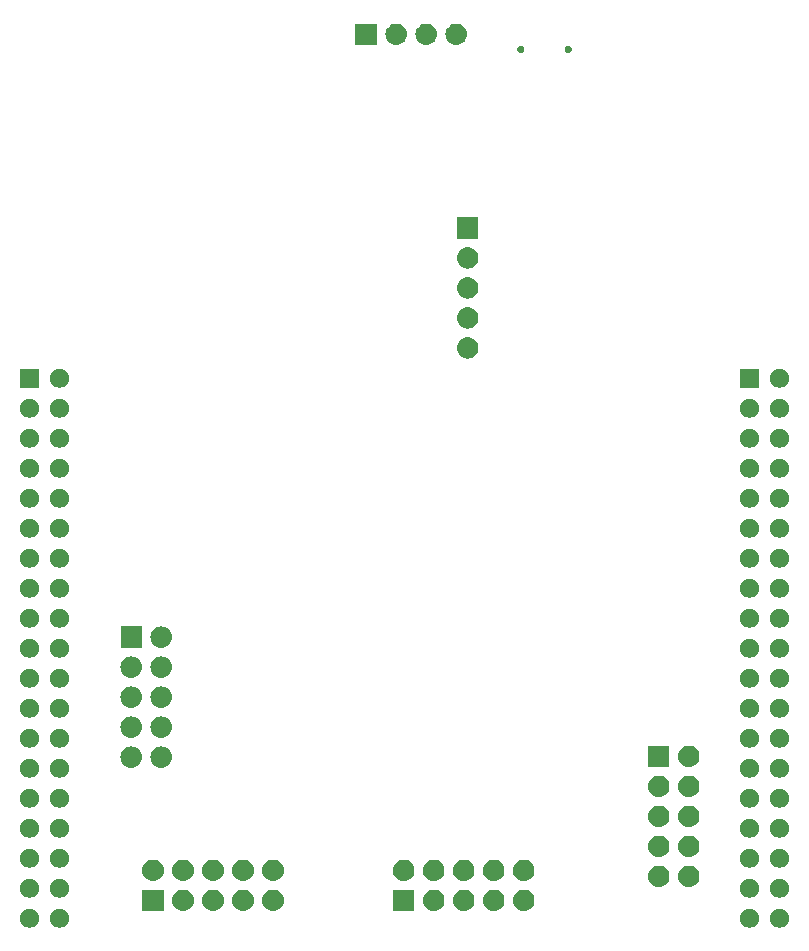
<source format=gbs>
G04 #@! TF.GenerationSoftware,KiCad,Pcbnew,6.0.0-rc1-unknown-82f657e~66~ubuntu18.10.1*
G04 #@! TF.CreationDate,2018-11-25T01:12:17-08:00*
G04 #@! TF.ProjectId,Nucleo-64-407,4e75636c-656f-42d3-9634-2d3430372e6b,rev?*
G04 #@! TF.SameCoordinates,PX328b740PY6ea0500*
G04 #@! TF.FileFunction,Soldermask,Bot*
G04 #@! TF.FilePolarity,Negative*
%FSLAX46Y46*%
G04 Gerber Fmt 4.6, Leading zero omitted, Abs format (unit mm)*
G04 Created by KiCad (PCBNEW 6.0.0-rc1-unknown-82f657e~66~ubuntu18.10.1) date Sun 25 Nov 2018 01:12:17 AM PST*
%MOMM*%
%LPD*%
G01*
G04 APERTURE LIST*
%ADD10C,0.100000*%
G04 APERTURE END LIST*
D10*
G36*
X3128642Y3836758D02*
X3276602Y3775470D01*
X3409758Y3686498D01*
X3522998Y3573258D01*
X3611970Y3440102D01*
X3673258Y3292142D01*
X3704500Y3135075D01*
X3704500Y2974925D01*
X3673258Y2817858D01*
X3611970Y2669898D01*
X3522998Y2536742D01*
X3409758Y2423502D01*
X3276602Y2334530D01*
X3128642Y2273242D01*
X2971575Y2242000D01*
X2811425Y2242000D01*
X2654358Y2273242D01*
X2506398Y2334530D01*
X2373242Y2423502D01*
X2260002Y2536742D01*
X2171030Y2669898D01*
X2109742Y2817858D01*
X2078500Y2974925D01*
X2078500Y3135075D01*
X2109742Y3292142D01*
X2171030Y3440102D01*
X2260002Y3573258D01*
X2373242Y3686498D01*
X2506398Y3775470D01*
X2654358Y3836758D01*
X2811425Y3868000D01*
X2971575Y3868000D01*
X3128642Y3836758D01*
X3128642Y3836758D01*
G37*
G36*
X64088642Y3836758D02*
X64236602Y3775470D01*
X64369758Y3686498D01*
X64482998Y3573258D01*
X64571970Y3440102D01*
X64633258Y3292142D01*
X64664500Y3135075D01*
X64664500Y2974925D01*
X64633258Y2817858D01*
X64571970Y2669898D01*
X64482998Y2536742D01*
X64369758Y2423502D01*
X64236602Y2334530D01*
X64088642Y2273242D01*
X63931575Y2242000D01*
X63771425Y2242000D01*
X63614358Y2273242D01*
X63466398Y2334530D01*
X63333242Y2423502D01*
X63220002Y2536742D01*
X63131030Y2669898D01*
X63069742Y2817858D01*
X63038500Y2974925D01*
X63038500Y3135075D01*
X63069742Y3292142D01*
X63131030Y3440102D01*
X63220002Y3573258D01*
X63333242Y3686498D01*
X63466398Y3775470D01*
X63614358Y3836758D01*
X63771425Y3868000D01*
X63931575Y3868000D01*
X64088642Y3836758D01*
X64088642Y3836758D01*
G37*
G36*
X66628642Y3836758D02*
X66776602Y3775470D01*
X66909758Y3686498D01*
X67022998Y3573258D01*
X67111970Y3440102D01*
X67173258Y3292142D01*
X67204500Y3135075D01*
X67204500Y2974925D01*
X67173258Y2817858D01*
X67111970Y2669898D01*
X67022998Y2536742D01*
X66909758Y2423502D01*
X66776602Y2334530D01*
X66628642Y2273242D01*
X66471575Y2242000D01*
X66311425Y2242000D01*
X66154358Y2273242D01*
X66006398Y2334530D01*
X65873242Y2423502D01*
X65760002Y2536742D01*
X65671030Y2669898D01*
X65609742Y2817858D01*
X65578500Y2974925D01*
X65578500Y3135075D01*
X65609742Y3292142D01*
X65671030Y3440102D01*
X65760002Y3573258D01*
X65873242Y3686498D01*
X66006398Y3775470D01*
X66154358Y3836758D01*
X66311425Y3868000D01*
X66471575Y3868000D01*
X66628642Y3836758D01*
X66628642Y3836758D01*
G37*
G36*
X5668642Y3836758D02*
X5816602Y3775470D01*
X5949758Y3686498D01*
X6062998Y3573258D01*
X6151970Y3440102D01*
X6213258Y3292142D01*
X6244500Y3135075D01*
X6244500Y2974925D01*
X6213258Y2817858D01*
X6151970Y2669898D01*
X6062998Y2536742D01*
X5949758Y2423502D01*
X5816602Y2334530D01*
X5668642Y2273242D01*
X5511575Y2242000D01*
X5351425Y2242000D01*
X5194358Y2273242D01*
X5046398Y2334530D01*
X4913242Y2423502D01*
X4800002Y2536742D01*
X4711030Y2669898D01*
X4649742Y2817858D01*
X4618500Y2974925D01*
X4618500Y3135075D01*
X4649742Y3292142D01*
X4711030Y3440102D01*
X4800002Y3573258D01*
X4913242Y3686498D01*
X5046398Y3775470D01*
X5194358Y3836758D01*
X5351425Y3868000D01*
X5511575Y3868000D01*
X5668642Y3836758D01*
X5668642Y3836758D01*
G37*
G36*
X37285794Y5459367D02*
X37458194Y5407069D01*
X37458196Y5407068D01*
X37617083Y5322141D01*
X37756349Y5207849D01*
X37870641Y5068583D01*
X37955568Y4909696D01*
X37955569Y4909694D01*
X38007867Y4737294D01*
X38025525Y4558000D01*
X38007867Y4378706D01*
X37955569Y4206306D01*
X37955568Y4206304D01*
X37870641Y4047417D01*
X37756349Y3908151D01*
X37617083Y3793859D01*
X37458196Y3708932D01*
X37458194Y3708931D01*
X37285794Y3656633D01*
X37151431Y3643400D01*
X37061569Y3643400D01*
X36927206Y3656633D01*
X36754806Y3708931D01*
X36754804Y3708932D01*
X36595917Y3793859D01*
X36456651Y3908151D01*
X36342359Y4047417D01*
X36257432Y4206304D01*
X36257431Y4206306D01*
X36205133Y4378706D01*
X36187475Y4558000D01*
X36205133Y4737294D01*
X36257431Y4909694D01*
X36257432Y4909696D01*
X36342359Y5068583D01*
X36456651Y5207849D01*
X36595917Y5322141D01*
X36754804Y5407068D01*
X36754806Y5407069D01*
X36927206Y5459367D01*
X37061569Y5472600D01*
X37151431Y5472600D01*
X37285794Y5459367D01*
X37285794Y5459367D01*
G37*
G36*
X39825794Y5459367D02*
X39998194Y5407069D01*
X39998196Y5407068D01*
X40157083Y5322141D01*
X40296349Y5207849D01*
X40410641Y5068583D01*
X40495568Y4909696D01*
X40495569Y4909694D01*
X40547867Y4737294D01*
X40565525Y4558000D01*
X40547867Y4378706D01*
X40495569Y4206306D01*
X40495568Y4206304D01*
X40410641Y4047417D01*
X40296349Y3908151D01*
X40157083Y3793859D01*
X39998196Y3708932D01*
X39998194Y3708931D01*
X39825794Y3656633D01*
X39691431Y3643400D01*
X39601569Y3643400D01*
X39467206Y3656633D01*
X39294806Y3708931D01*
X39294804Y3708932D01*
X39135917Y3793859D01*
X38996651Y3908151D01*
X38882359Y4047417D01*
X38797432Y4206304D01*
X38797431Y4206306D01*
X38745133Y4378706D01*
X38727475Y4558000D01*
X38745133Y4737294D01*
X38797431Y4909694D01*
X38797432Y4909696D01*
X38882359Y5068583D01*
X38996651Y5207849D01*
X39135917Y5322141D01*
X39294804Y5407068D01*
X39294806Y5407069D01*
X39467206Y5459367D01*
X39601569Y5472600D01*
X39691431Y5472600D01*
X39825794Y5459367D01*
X39825794Y5459367D01*
G37*
G36*
X42365794Y5459367D02*
X42538194Y5407069D01*
X42538196Y5407068D01*
X42697083Y5322141D01*
X42836349Y5207849D01*
X42950641Y5068583D01*
X43035568Y4909696D01*
X43035569Y4909694D01*
X43087867Y4737294D01*
X43105525Y4558000D01*
X43087867Y4378706D01*
X43035569Y4206306D01*
X43035568Y4206304D01*
X42950641Y4047417D01*
X42836349Y3908151D01*
X42697083Y3793859D01*
X42538196Y3708932D01*
X42538194Y3708931D01*
X42365794Y3656633D01*
X42231431Y3643400D01*
X42141569Y3643400D01*
X42007206Y3656633D01*
X41834806Y3708931D01*
X41834804Y3708932D01*
X41675917Y3793859D01*
X41536651Y3908151D01*
X41422359Y4047417D01*
X41337432Y4206304D01*
X41337431Y4206306D01*
X41285133Y4378706D01*
X41267475Y4558000D01*
X41285133Y4737294D01*
X41337431Y4909694D01*
X41337432Y4909696D01*
X41422359Y5068583D01*
X41536651Y5207849D01*
X41675917Y5322141D01*
X41834804Y5407068D01*
X41834806Y5407069D01*
X42007206Y5459367D01*
X42141569Y5472600D01*
X42231431Y5472600D01*
X42365794Y5459367D01*
X42365794Y5459367D01*
G37*
G36*
X44905794Y5459367D02*
X45078194Y5407069D01*
X45078196Y5407068D01*
X45237083Y5322141D01*
X45376349Y5207849D01*
X45490641Y5068583D01*
X45575568Y4909696D01*
X45575569Y4909694D01*
X45627867Y4737294D01*
X45645525Y4558000D01*
X45627867Y4378706D01*
X45575569Y4206306D01*
X45575568Y4206304D01*
X45490641Y4047417D01*
X45376349Y3908151D01*
X45237083Y3793859D01*
X45078196Y3708932D01*
X45078194Y3708931D01*
X44905794Y3656633D01*
X44771431Y3643400D01*
X44681569Y3643400D01*
X44547206Y3656633D01*
X44374806Y3708931D01*
X44374804Y3708932D01*
X44215917Y3793859D01*
X44076651Y3908151D01*
X43962359Y4047417D01*
X43877432Y4206304D01*
X43877431Y4206306D01*
X43825133Y4378706D01*
X43807475Y4558000D01*
X43825133Y4737294D01*
X43877431Y4909694D01*
X43877432Y4909696D01*
X43962359Y5068583D01*
X44076651Y5207849D01*
X44215917Y5322141D01*
X44374804Y5407068D01*
X44374806Y5407069D01*
X44547206Y5459367D01*
X44681569Y5472600D01*
X44771431Y5472600D01*
X44905794Y5459367D01*
X44905794Y5459367D01*
G37*
G36*
X14272100Y3643400D02*
X12442900Y3643400D01*
X12442900Y5472600D01*
X14272100Y5472600D01*
X14272100Y3643400D01*
X14272100Y3643400D01*
G37*
G36*
X16076794Y5459367D02*
X16249194Y5407069D01*
X16249196Y5407068D01*
X16408083Y5322141D01*
X16547349Y5207849D01*
X16661641Y5068583D01*
X16746568Y4909696D01*
X16746569Y4909694D01*
X16798867Y4737294D01*
X16816525Y4558000D01*
X16798867Y4378706D01*
X16746569Y4206306D01*
X16746568Y4206304D01*
X16661641Y4047417D01*
X16547349Y3908151D01*
X16408083Y3793859D01*
X16249196Y3708932D01*
X16249194Y3708931D01*
X16076794Y3656633D01*
X15942431Y3643400D01*
X15852569Y3643400D01*
X15718206Y3656633D01*
X15545806Y3708931D01*
X15545804Y3708932D01*
X15386917Y3793859D01*
X15247651Y3908151D01*
X15133359Y4047417D01*
X15048432Y4206304D01*
X15048431Y4206306D01*
X14996133Y4378706D01*
X14978475Y4558000D01*
X14996133Y4737294D01*
X15048431Y4909694D01*
X15048432Y4909696D01*
X15133359Y5068583D01*
X15247651Y5207849D01*
X15386917Y5322141D01*
X15545804Y5407068D01*
X15545806Y5407069D01*
X15718206Y5459367D01*
X15852569Y5472600D01*
X15942431Y5472600D01*
X16076794Y5459367D01*
X16076794Y5459367D01*
G37*
G36*
X18616794Y5459367D02*
X18789194Y5407069D01*
X18789196Y5407068D01*
X18948083Y5322141D01*
X19087349Y5207849D01*
X19201641Y5068583D01*
X19286568Y4909696D01*
X19286569Y4909694D01*
X19338867Y4737294D01*
X19356525Y4558000D01*
X19338867Y4378706D01*
X19286569Y4206306D01*
X19286568Y4206304D01*
X19201641Y4047417D01*
X19087349Y3908151D01*
X18948083Y3793859D01*
X18789196Y3708932D01*
X18789194Y3708931D01*
X18616794Y3656633D01*
X18482431Y3643400D01*
X18392569Y3643400D01*
X18258206Y3656633D01*
X18085806Y3708931D01*
X18085804Y3708932D01*
X17926917Y3793859D01*
X17787651Y3908151D01*
X17673359Y4047417D01*
X17588432Y4206304D01*
X17588431Y4206306D01*
X17536133Y4378706D01*
X17518475Y4558000D01*
X17536133Y4737294D01*
X17588431Y4909694D01*
X17588432Y4909696D01*
X17673359Y5068583D01*
X17787651Y5207849D01*
X17926917Y5322141D01*
X18085804Y5407068D01*
X18085806Y5407069D01*
X18258206Y5459367D01*
X18392569Y5472600D01*
X18482431Y5472600D01*
X18616794Y5459367D01*
X18616794Y5459367D01*
G37*
G36*
X21156794Y5459367D02*
X21329194Y5407069D01*
X21329196Y5407068D01*
X21488083Y5322141D01*
X21627349Y5207849D01*
X21741641Y5068583D01*
X21826568Y4909696D01*
X21826569Y4909694D01*
X21878867Y4737294D01*
X21896525Y4558000D01*
X21878867Y4378706D01*
X21826569Y4206306D01*
X21826568Y4206304D01*
X21741641Y4047417D01*
X21627349Y3908151D01*
X21488083Y3793859D01*
X21329196Y3708932D01*
X21329194Y3708931D01*
X21156794Y3656633D01*
X21022431Y3643400D01*
X20932569Y3643400D01*
X20798206Y3656633D01*
X20625806Y3708931D01*
X20625804Y3708932D01*
X20466917Y3793859D01*
X20327651Y3908151D01*
X20213359Y4047417D01*
X20128432Y4206304D01*
X20128431Y4206306D01*
X20076133Y4378706D01*
X20058475Y4558000D01*
X20076133Y4737294D01*
X20128431Y4909694D01*
X20128432Y4909696D01*
X20213359Y5068583D01*
X20327651Y5207849D01*
X20466917Y5322141D01*
X20625804Y5407068D01*
X20625806Y5407069D01*
X20798206Y5459367D01*
X20932569Y5472600D01*
X21022431Y5472600D01*
X21156794Y5459367D01*
X21156794Y5459367D01*
G37*
G36*
X23696794Y5459367D02*
X23869194Y5407069D01*
X23869196Y5407068D01*
X24028083Y5322141D01*
X24167349Y5207849D01*
X24281641Y5068583D01*
X24366568Y4909696D01*
X24366569Y4909694D01*
X24418867Y4737294D01*
X24436525Y4558000D01*
X24418867Y4378706D01*
X24366569Y4206306D01*
X24366568Y4206304D01*
X24281641Y4047417D01*
X24167349Y3908151D01*
X24028083Y3793859D01*
X23869196Y3708932D01*
X23869194Y3708931D01*
X23696794Y3656633D01*
X23562431Y3643400D01*
X23472569Y3643400D01*
X23338206Y3656633D01*
X23165806Y3708931D01*
X23165804Y3708932D01*
X23006917Y3793859D01*
X22867651Y3908151D01*
X22753359Y4047417D01*
X22668432Y4206304D01*
X22668431Y4206306D01*
X22616133Y4378706D01*
X22598475Y4558000D01*
X22616133Y4737294D01*
X22668431Y4909694D01*
X22668432Y4909696D01*
X22753359Y5068583D01*
X22867651Y5207849D01*
X23006917Y5322141D01*
X23165804Y5407068D01*
X23165806Y5407069D01*
X23338206Y5459367D01*
X23472569Y5472600D01*
X23562431Y5472600D01*
X23696794Y5459367D01*
X23696794Y5459367D01*
G37*
G36*
X35481100Y3643400D02*
X33651900Y3643400D01*
X33651900Y5472600D01*
X35481100Y5472600D01*
X35481100Y3643400D01*
X35481100Y3643400D01*
G37*
G36*
X64088642Y6376758D02*
X64236602Y6315470D01*
X64303630Y6270683D01*
X64352838Y6237804D01*
X64369758Y6226498D01*
X64482998Y6113258D01*
X64571970Y5980102D01*
X64633258Y5832142D01*
X64664500Y5675075D01*
X64664500Y5514925D01*
X64633258Y5357858D01*
X64571970Y5209898D01*
X64482998Y5076742D01*
X64369758Y4963502D01*
X64236602Y4874530D01*
X64088642Y4813242D01*
X63931575Y4782000D01*
X63771425Y4782000D01*
X63614358Y4813242D01*
X63466398Y4874530D01*
X63333242Y4963502D01*
X63220002Y5076742D01*
X63131030Y5209898D01*
X63069742Y5357858D01*
X63038500Y5514925D01*
X63038500Y5675075D01*
X63069742Y5832142D01*
X63131030Y5980102D01*
X63220002Y6113258D01*
X63333242Y6226498D01*
X63350163Y6237804D01*
X63399370Y6270683D01*
X63466398Y6315470D01*
X63614358Y6376758D01*
X63771425Y6408000D01*
X63931575Y6408000D01*
X64088642Y6376758D01*
X64088642Y6376758D01*
G37*
G36*
X3128642Y6376758D02*
X3276602Y6315470D01*
X3343630Y6270683D01*
X3392838Y6237804D01*
X3409758Y6226498D01*
X3522998Y6113258D01*
X3611970Y5980102D01*
X3673258Y5832142D01*
X3704500Y5675075D01*
X3704500Y5514925D01*
X3673258Y5357858D01*
X3611970Y5209898D01*
X3522998Y5076742D01*
X3409758Y4963502D01*
X3276602Y4874530D01*
X3128642Y4813242D01*
X2971575Y4782000D01*
X2811425Y4782000D01*
X2654358Y4813242D01*
X2506398Y4874530D01*
X2373242Y4963502D01*
X2260002Y5076742D01*
X2171030Y5209898D01*
X2109742Y5357858D01*
X2078500Y5514925D01*
X2078500Y5675075D01*
X2109742Y5832142D01*
X2171030Y5980102D01*
X2260002Y6113258D01*
X2373242Y6226498D01*
X2390163Y6237804D01*
X2439370Y6270683D01*
X2506398Y6315470D01*
X2654358Y6376758D01*
X2811425Y6408000D01*
X2971575Y6408000D01*
X3128642Y6376758D01*
X3128642Y6376758D01*
G37*
G36*
X66628642Y6376758D02*
X66776602Y6315470D01*
X66843630Y6270683D01*
X66892838Y6237804D01*
X66909758Y6226498D01*
X67022998Y6113258D01*
X67111970Y5980102D01*
X67173258Y5832142D01*
X67204500Y5675075D01*
X67204500Y5514925D01*
X67173258Y5357858D01*
X67111970Y5209898D01*
X67022998Y5076742D01*
X66909758Y4963502D01*
X66776602Y4874530D01*
X66628642Y4813242D01*
X66471575Y4782000D01*
X66311425Y4782000D01*
X66154358Y4813242D01*
X66006398Y4874530D01*
X65873242Y4963502D01*
X65760002Y5076742D01*
X65671030Y5209898D01*
X65609742Y5357858D01*
X65578500Y5514925D01*
X65578500Y5675075D01*
X65609742Y5832142D01*
X65671030Y5980102D01*
X65760002Y6113258D01*
X65873242Y6226498D01*
X65890163Y6237804D01*
X65939370Y6270683D01*
X66006398Y6315470D01*
X66154358Y6376758D01*
X66311425Y6408000D01*
X66471575Y6408000D01*
X66628642Y6376758D01*
X66628642Y6376758D01*
G37*
G36*
X5668642Y6376758D02*
X5816602Y6315470D01*
X5883630Y6270683D01*
X5932838Y6237804D01*
X5949758Y6226498D01*
X6062998Y6113258D01*
X6151970Y5980102D01*
X6213258Y5832142D01*
X6244500Y5675075D01*
X6244500Y5514925D01*
X6213258Y5357858D01*
X6151970Y5209898D01*
X6062998Y5076742D01*
X5949758Y4963502D01*
X5816602Y4874530D01*
X5668642Y4813242D01*
X5511575Y4782000D01*
X5351425Y4782000D01*
X5194358Y4813242D01*
X5046398Y4874530D01*
X4913242Y4963502D01*
X4800002Y5076742D01*
X4711030Y5209898D01*
X4649742Y5357858D01*
X4618500Y5514925D01*
X4618500Y5675075D01*
X4649742Y5832142D01*
X4711030Y5980102D01*
X4800002Y6113258D01*
X4913242Y6226498D01*
X4930163Y6237804D01*
X4979370Y6270683D01*
X5046398Y6315470D01*
X5194358Y6376758D01*
X5351425Y6408000D01*
X5511575Y6408000D01*
X5668642Y6376758D01*
X5668642Y6376758D01*
G37*
G36*
X58875294Y7490867D02*
X59047694Y7438569D01*
X59047696Y7438568D01*
X59206583Y7353641D01*
X59206585Y7353640D01*
X59206584Y7353640D01*
X59345849Y7239349D01*
X59460140Y7100084D01*
X59545069Y6941194D01*
X59597367Y6768794D01*
X59615025Y6589500D01*
X59597367Y6410206D01*
X59545069Y6237806D01*
X59545068Y6237804D01*
X59460141Y6078917D01*
X59345849Y5939651D01*
X59206583Y5825359D01*
X59047696Y5740432D01*
X59047694Y5740431D01*
X58875294Y5688133D01*
X58740931Y5674900D01*
X58651069Y5674900D01*
X58516706Y5688133D01*
X58344306Y5740431D01*
X58344304Y5740432D01*
X58185417Y5825359D01*
X58046151Y5939651D01*
X57931859Y6078917D01*
X57846932Y6237804D01*
X57846931Y6237806D01*
X57794633Y6410206D01*
X57776975Y6589500D01*
X57794633Y6768794D01*
X57846931Y6941194D01*
X57931860Y7100084D01*
X58046151Y7239349D01*
X58185416Y7353640D01*
X58185415Y7353640D01*
X58185417Y7353641D01*
X58344304Y7438568D01*
X58344306Y7438569D01*
X58516706Y7490867D01*
X58651069Y7504100D01*
X58740931Y7504100D01*
X58875294Y7490867D01*
X58875294Y7490867D01*
G37*
G36*
X56335294Y7490867D02*
X56507694Y7438569D01*
X56507696Y7438568D01*
X56666583Y7353641D01*
X56666585Y7353640D01*
X56666584Y7353640D01*
X56805849Y7239349D01*
X56920140Y7100084D01*
X57005069Y6941194D01*
X57057367Y6768794D01*
X57075025Y6589500D01*
X57057367Y6410206D01*
X57005069Y6237806D01*
X57005068Y6237804D01*
X56920141Y6078917D01*
X56805849Y5939651D01*
X56666583Y5825359D01*
X56507696Y5740432D01*
X56507694Y5740431D01*
X56335294Y5688133D01*
X56200931Y5674900D01*
X56111069Y5674900D01*
X55976706Y5688133D01*
X55804306Y5740431D01*
X55804304Y5740432D01*
X55645417Y5825359D01*
X55506151Y5939651D01*
X55391859Y6078917D01*
X55306932Y6237804D01*
X55306931Y6237806D01*
X55254633Y6410206D01*
X55236975Y6589500D01*
X55254633Y6768794D01*
X55306931Y6941194D01*
X55391860Y7100084D01*
X55506151Y7239349D01*
X55645416Y7353640D01*
X55645415Y7353640D01*
X55645417Y7353641D01*
X55804304Y7438568D01*
X55804306Y7438569D01*
X55976706Y7490867D01*
X56111069Y7504100D01*
X56200931Y7504100D01*
X56335294Y7490867D01*
X56335294Y7490867D01*
G37*
G36*
X23696794Y7999367D02*
X23869194Y7947069D01*
X23869196Y7947068D01*
X24028083Y7862141D01*
X24167349Y7747849D01*
X24281641Y7608583D01*
X24344562Y7490866D01*
X24366569Y7449694D01*
X24418867Y7277294D01*
X24436525Y7098000D01*
X24418867Y6918706D01*
X24373390Y6768793D01*
X24366568Y6746304D01*
X24281641Y6587417D01*
X24167349Y6448151D01*
X24028083Y6333859D01*
X23869196Y6248932D01*
X23869194Y6248931D01*
X23696794Y6196633D01*
X23562431Y6183400D01*
X23472569Y6183400D01*
X23338206Y6196633D01*
X23165806Y6248931D01*
X23165804Y6248932D01*
X23006917Y6333859D01*
X22867651Y6448151D01*
X22753359Y6587417D01*
X22668432Y6746304D01*
X22661610Y6768793D01*
X22616133Y6918706D01*
X22598475Y7098000D01*
X22616133Y7277294D01*
X22668431Y7449694D01*
X22690438Y7490866D01*
X22753359Y7608583D01*
X22867651Y7747849D01*
X23006917Y7862141D01*
X23165804Y7947068D01*
X23165806Y7947069D01*
X23338206Y7999367D01*
X23472569Y8012600D01*
X23562431Y8012600D01*
X23696794Y7999367D01*
X23696794Y7999367D01*
G37*
G36*
X37285794Y7999367D02*
X37458194Y7947069D01*
X37458196Y7947068D01*
X37617083Y7862141D01*
X37756349Y7747849D01*
X37870641Y7608583D01*
X37933562Y7490866D01*
X37955569Y7449694D01*
X38007867Y7277294D01*
X38025525Y7098000D01*
X38007867Y6918706D01*
X37962390Y6768793D01*
X37955568Y6746304D01*
X37870641Y6587417D01*
X37756349Y6448151D01*
X37617083Y6333859D01*
X37458196Y6248932D01*
X37458194Y6248931D01*
X37285794Y6196633D01*
X37151431Y6183400D01*
X37061569Y6183400D01*
X36927206Y6196633D01*
X36754806Y6248931D01*
X36754804Y6248932D01*
X36595917Y6333859D01*
X36456651Y6448151D01*
X36342359Y6587417D01*
X36257432Y6746304D01*
X36250610Y6768793D01*
X36205133Y6918706D01*
X36187475Y7098000D01*
X36205133Y7277294D01*
X36257431Y7449694D01*
X36279438Y7490866D01*
X36342359Y7608583D01*
X36456651Y7747849D01*
X36595917Y7862141D01*
X36754804Y7947068D01*
X36754806Y7947069D01*
X36927206Y7999367D01*
X37061569Y8012600D01*
X37151431Y8012600D01*
X37285794Y7999367D01*
X37285794Y7999367D01*
G37*
G36*
X34745794Y7999367D02*
X34918194Y7947069D01*
X34918196Y7947068D01*
X35077083Y7862141D01*
X35216349Y7747849D01*
X35330641Y7608583D01*
X35393562Y7490866D01*
X35415569Y7449694D01*
X35467867Y7277294D01*
X35485525Y7098000D01*
X35467867Y6918706D01*
X35422390Y6768793D01*
X35415568Y6746304D01*
X35330641Y6587417D01*
X35216349Y6448151D01*
X35077083Y6333859D01*
X34918196Y6248932D01*
X34918194Y6248931D01*
X34745794Y6196633D01*
X34611431Y6183400D01*
X34521569Y6183400D01*
X34387206Y6196633D01*
X34214806Y6248931D01*
X34214804Y6248932D01*
X34055917Y6333859D01*
X33916651Y6448151D01*
X33802359Y6587417D01*
X33717432Y6746304D01*
X33710610Y6768793D01*
X33665133Y6918706D01*
X33647475Y7098000D01*
X33665133Y7277294D01*
X33717431Y7449694D01*
X33739438Y7490866D01*
X33802359Y7608583D01*
X33916651Y7747849D01*
X34055917Y7862141D01*
X34214804Y7947068D01*
X34214806Y7947069D01*
X34387206Y7999367D01*
X34521569Y8012600D01*
X34611431Y8012600D01*
X34745794Y7999367D01*
X34745794Y7999367D01*
G37*
G36*
X44905794Y7999367D02*
X45078194Y7947069D01*
X45078196Y7947068D01*
X45237083Y7862141D01*
X45376349Y7747849D01*
X45490641Y7608583D01*
X45553562Y7490866D01*
X45575569Y7449694D01*
X45627867Y7277294D01*
X45645525Y7098000D01*
X45627867Y6918706D01*
X45582390Y6768793D01*
X45575568Y6746304D01*
X45490641Y6587417D01*
X45376349Y6448151D01*
X45237083Y6333859D01*
X45078196Y6248932D01*
X45078194Y6248931D01*
X44905794Y6196633D01*
X44771431Y6183400D01*
X44681569Y6183400D01*
X44547206Y6196633D01*
X44374806Y6248931D01*
X44374804Y6248932D01*
X44215917Y6333859D01*
X44076651Y6448151D01*
X43962359Y6587417D01*
X43877432Y6746304D01*
X43870610Y6768793D01*
X43825133Y6918706D01*
X43807475Y7098000D01*
X43825133Y7277294D01*
X43877431Y7449694D01*
X43899438Y7490866D01*
X43962359Y7608583D01*
X44076651Y7747849D01*
X44215917Y7862141D01*
X44374804Y7947068D01*
X44374806Y7947069D01*
X44547206Y7999367D01*
X44681569Y8012600D01*
X44771431Y8012600D01*
X44905794Y7999367D01*
X44905794Y7999367D01*
G37*
G36*
X21156794Y7999367D02*
X21329194Y7947069D01*
X21329196Y7947068D01*
X21488083Y7862141D01*
X21627349Y7747849D01*
X21741641Y7608583D01*
X21804562Y7490866D01*
X21826569Y7449694D01*
X21878867Y7277294D01*
X21896525Y7098000D01*
X21878867Y6918706D01*
X21833390Y6768793D01*
X21826568Y6746304D01*
X21741641Y6587417D01*
X21627349Y6448151D01*
X21488083Y6333859D01*
X21329196Y6248932D01*
X21329194Y6248931D01*
X21156794Y6196633D01*
X21022431Y6183400D01*
X20932569Y6183400D01*
X20798206Y6196633D01*
X20625806Y6248931D01*
X20625804Y6248932D01*
X20466917Y6333859D01*
X20327651Y6448151D01*
X20213359Y6587417D01*
X20128432Y6746304D01*
X20121610Y6768793D01*
X20076133Y6918706D01*
X20058475Y7098000D01*
X20076133Y7277294D01*
X20128431Y7449694D01*
X20150438Y7490866D01*
X20213359Y7608583D01*
X20327651Y7747849D01*
X20466917Y7862141D01*
X20625804Y7947068D01*
X20625806Y7947069D01*
X20798206Y7999367D01*
X20932569Y8012600D01*
X21022431Y8012600D01*
X21156794Y7999367D01*
X21156794Y7999367D01*
G37*
G36*
X39825794Y7999367D02*
X39998194Y7947069D01*
X39998196Y7947068D01*
X40157083Y7862141D01*
X40296349Y7747849D01*
X40410641Y7608583D01*
X40473562Y7490866D01*
X40495569Y7449694D01*
X40547867Y7277294D01*
X40565525Y7098000D01*
X40547867Y6918706D01*
X40502390Y6768793D01*
X40495568Y6746304D01*
X40410641Y6587417D01*
X40296349Y6448151D01*
X40157083Y6333859D01*
X39998196Y6248932D01*
X39998194Y6248931D01*
X39825794Y6196633D01*
X39691431Y6183400D01*
X39601569Y6183400D01*
X39467206Y6196633D01*
X39294806Y6248931D01*
X39294804Y6248932D01*
X39135917Y6333859D01*
X38996651Y6448151D01*
X38882359Y6587417D01*
X38797432Y6746304D01*
X38790610Y6768793D01*
X38745133Y6918706D01*
X38727475Y7098000D01*
X38745133Y7277294D01*
X38797431Y7449694D01*
X38819438Y7490866D01*
X38882359Y7608583D01*
X38996651Y7747849D01*
X39135917Y7862141D01*
X39294804Y7947068D01*
X39294806Y7947069D01*
X39467206Y7999367D01*
X39601569Y8012600D01*
X39691431Y8012600D01*
X39825794Y7999367D01*
X39825794Y7999367D01*
G37*
G36*
X18616794Y7999367D02*
X18789194Y7947069D01*
X18789196Y7947068D01*
X18948083Y7862141D01*
X19087349Y7747849D01*
X19201641Y7608583D01*
X19264562Y7490866D01*
X19286569Y7449694D01*
X19338867Y7277294D01*
X19356525Y7098000D01*
X19338867Y6918706D01*
X19293390Y6768793D01*
X19286568Y6746304D01*
X19201641Y6587417D01*
X19087349Y6448151D01*
X18948083Y6333859D01*
X18789196Y6248932D01*
X18789194Y6248931D01*
X18616794Y6196633D01*
X18482431Y6183400D01*
X18392569Y6183400D01*
X18258206Y6196633D01*
X18085806Y6248931D01*
X18085804Y6248932D01*
X17926917Y6333859D01*
X17787651Y6448151D01*
X17673359Y6587417D01*
X17588432Y6746304D01*
X17581610Y6768793D01*
X17536133Y6918706D01*
X17518475Y7098000D01*
X17536133Y7277294D01*
X17588431Y7449694D01*
X17610438Y7490866D01*
X17673359Y7608583D01*
X17787651Y7747849D01*
X17926917Y7862141D01*
X18085804Y7947068D01*
X18085806Y7947069D01*
X18258206Y7999367D01*
X18392569Y8012600D01*
X18482431Y8012600D01*
X18616794Y7999367D01*
X18616794Y7999367D01*
G37*
G36*
X16076794Y7999367D02*
X16249194Y7947069D01*
X16249196Y7947068D01*
X16408083Y7862141D01*
X16547349Y7747849D01*
X16661641Y7608583D01*
X16724562Y7490866D01*
X16746569Y7449694D01*
X16798867Y7277294D01*
X16816525Y7098000D01*
X16798867Y6918706D01*
X16753390Y6768793D01*
X16746568Y6746304D01*
X16661641Y6587417D01*
X16547349Y6448151D01*
X16408083Y6333859D01*
X16249196Y6248932D01*
X16249194Y6248931D01*
X16076794Y6196633D01*
X15942431Y6183400D01*
X15852569Y6183400D01*
X15718206Y6196633D01*
X15545806Y6248931D01*
X15545804Y6248932D01*
X15386917Y6333859D01*
X15247651Y6448151D01*
X15133359Y6587417D01*
X15048432Y6746304D01*
X15041610Y6768793D01*
X14996133Y6918706D01*
X14978475Y7098000D01*
X14996133Y7277294D01*
X15048431Y7449694D01*
X15070438Y7490866D01*
X15133359Y7608583D01*
X15247651Y7747849D01*
X15386917Y7862141D01*
X15545804Y7947068D01*
X15545806Y7947069D01*
X15718206Y7999367D01*
X15852569Y8012600D01*
X15942431Y8012600D01*
X16076794Y7999367D01*
X16076794Y7999367D01*
G37*
G36*
X13536794Y7999367D02*
X13709194Y7947069D01*
X13709196Y7947068D01*
X13868083Y7862141D01*
X14007349Y7747849D01*
X14121641Y7608583D01*
X14184562Y7490866D01*
X14206569Y7449694D01*
X14258867Y7277294D01*
X14276525Y7098000D01*
X14258867Y6918706D01*
X14213390Y6768793D01*
X14206568Y6746304D01*
X14121641Y6587417D01*
X14007349Y6448151D01*
X13868083Y6333859D01*
X13709196Y6248932D01*
X13709194Y6248931D01*
X13536794Y6196633D01*
X13402431Y6183400D01*
X13312569Y6183400D01*
X13178206Y6196633D01*
X13005806Y6248931D01*
X13005804Y6248932D01*
X12846917Y6333859D01*
X12707651Y6448151D01*
X12593359Y6587417D01*
X12508432Y6746304D01*
X12501610Y6768793D01*
X12456133Y6918706D01*
X12438475Y7098000D01*
X12456133Y7277294D01*
X12508431Y7449694D01*
X12530438Y7490866D01*
X12593359Y7608583D01*
X12707651Y7747849D01*
X12846917Y7862141D01*
X13005804Y7947068D01*
X13005806Y7947069D01*
X13178206Y7999367D01*
X13312569Y8012600D01*
X13402431Y8012600D01*
X13536794Y7999367D01*
X13536794Y7999367D01*
G37*
G36*
X42365794Y7999367D02*
X42538194Y7947069D01*
X42538196Y7947068D01*
X42697083Y7862141D01*
X42836349Y7747849D01*
X42950641Y7608583D01*
X43013562Y7490866D01*
X43035569Y7449694D01*
X43087867Y7277294D01*
X43105525Y7098000D01*
X43087867Y6918706D01*
X43042390Y6768793D01*
X43035568Y6746304D01*
X42950641Y6587417D01*
X42836349Y6448151D01*
X42697083Y6333859D01*
X42538196Y6248932D01*
X42538194Y6248931D01*
X42365794Y6196633D01*
X42231431Y6183400D01*
X42141569Y6183400D01*
X42007206Y6196633D01*
X41834806Y6248931D01*
X41834804Y6248932D01*
X41675917Y6333859D01*
X41536651Y6448151D01*
X41422359Y6587417D01*
X41337432Y6746304D01*
X41330610Y6768793D01*
X41285133Y6918706D01*
X41267475Y7098000D01*
X41285133Y7277294D01*
X41337431Y7449694D01*
X41359438Y7490866D01*
X41422359Y7608583D01*
X41536651Y7747849D01*
X41675917Y7862141D01*
X41834804Y7947068D01*
X41834806Y7947069D01*
X42007206Y7999367D01*
X42141569Y8012600D01*
X42231431Y8012600D01*
X42365794Y7999367D01*
X42365794Y7999367D01*
G37*
G36*
X5668642Y8916758D02*
X5816602Y8855470D01*
X5883630Y8810683D01*
X5932838Y8777804D01*
X5949758Y8766498D01*
X6062998Y8653258D01*
X6151970Y8520102D01*
X6213258Y8372142D01*
X6244500Y8215075D01*
X6244500Y8054925D01*
X6213258Y7897858D01*
X6165854Y7783417D01*
X6151971Y7749900D01*
X6062999Y7616743D01*
X5949757Y7503501D01*
X5930847Y7490866D01*
X5816602Y7414530D01*
X5668642Y7353242D01*
X5511575Y7322000D01*
X5351425Y7322000D01*
X5194358Y7353242D01*
X5046398Y7414530D01*
X4932153Y7490866D01*
X4913243Y7503501D01*
X4800001Y7616743D01*
X4711029Y7749900D01*
X4697146Y7783417D01*
X4649742Y7897858D01*
X4618500Y8054925D01*
X4618500Y8215075D01*
X4649742Y8372142D01*
X4711030Y8520102D01*
X4800002Y8653258D01*
X4913242Y8766498D01*
X4930163Y8777804D01*
X4979370Y8810683D01*
X5046398Y8855470D01*
X5194358Y8916758D01*
X5351425Y8948000D01*
X5511575Y8948000D01*
X5668642Y8916758D01*
X5668642Y8916758D01*
G37*
G36*
X3128642Y8916758D02*
X3276602Y8855470D01*
X3343630Y8810683D01*
X3392838Y8777804D01*
X3409758Y8766498D01*
X3522998Y8653258D01*
X3611970Y8520102D01*
X3673258Y8372142D01*
X3704500Y8215075D01*
X3704500Y8054925D01*
X3673258Y7897858D01*
X3625854Y7783417D01*
X3611971Y7749900D01*
X3522999Y7616743D01*
X3409757Y7503501D01*
X3390847Y7490866D01*
X3276602Y7414530D01*
X3128642Y7353242D01*
X2971575Y7322000D01*
X2811425Y7322000D01*
X2654358Y7353242D01*
X2506398Y7414530D01*
X2392153Y7490866D01*
X2373243Y7503501D01*
X2260001Y7616743D01*
X2171029Y7749900D01*
X2157146Y7783417D01*
X2109742Y7897858D01*
X2078500Y8054925D01*
X2078500Y8215075D01*
X2109742Y8372142D01*
X2171030Y8520102D01*
X2260002Y8653258D01*
X2373242Y8766498D01*
X2390163Y8777804D01*
X2439370Y8810683D01*
X2506398Y8855470D01*
X2654358Y8916758D01*
X2811425Y8948000D01*
X2971575Y8948000D01*
X3128642Y8916758D01*
X3128642Y8916758D01*
G37*
G36*
X66628642Y8916758D02*
X66776602Y8855470D01*
X66843630Y8810683D01*
X66892838Y8777804D01*
X66909758Y8766498D01*
X67022998Y8653258D01*
X67111970Y8520102D01*
X67173258Y8372142D01*
X67204500Y8215075D01*
X67204500Y8054925D01*
X67173258Y7897858D01*
X67125854Y7783417D01*
X67111971Y7749900D01*
X67022999Y7616743D01*
X66909757Y7503501D01*
X66890847Y7490866D01*
X66776602Y7414530D01*
X66628642Y7353242D01*
X66471575Y7322000D01*
X66311425Y7322000D01*
X66154358Y7353242D01*
X66006398Y7414530D01*
X65892153Y7490866D01*
X65873243Y7503501D01*
X65760001Y7616743D01*
X65671029Y7749900D01*
X65657146Y7783417D01*
X65609742Y7897858D01*
X65578500Y8054925D01*
X65578500Y8215075D01*
X65609742Y8372142D01*
X65671030Y8520102D01*
X65760002Y8653258D01*
X65873242Y8766498D01*
X65890163Y8777804D01*
X65939370Y8810683D01*
X66006398Y8855470D01*
X66154358Y8916758D01*
X66311425Y8948000D01*
X66471575Y8948000D01*
X66628642Y8916758D01*
X66628642Y8916758D01*
G37*
G36*
X64088642Y8916758D02*
X64236602Y8855470D01*
X64303630Y8810683D01*
X64352838Y8777804D01*
X64369758Y8766498D01*
X64482998Y8653258D01*
X64571970Y8520102D01*
X64633258Y8372142D01*
X64664500Y8215075D01*
X64664500Y8054925D01*
X64633258Y7897858D01*
X64585854Y7783417D01*
X64571971Y7749900D01*
X64482999Y7616743D01*
X64369757Y7503501D01*
X64350847Y7490866D01*
X64236602Y7414530D01*
X64088642Y7353242D01*
X63931575Y7322000D01*
X63771425Y7322000D01*
X63614358Y7353242D01*
X63466398Y7414530D01*
X63352153Y7490866D01*
X63333243Y7503501D01*
X63220001Y7616743D01*
X63131029Y7749900D01*
X63117146Y7783417D01*
X63069742Y7897858D01*
X63038500Y8054925D01*
X63038500Y8215075D01*
X63069742Y8372142D01*
X63131030Y8520102D01*
X63220002Y8653258D01*
X63333242Y8766498D01*
X63350163Y8777804D01*
X63399370Y8810683D01*
X63466398Y8855470D01*
X63614358Y8916758D01*
X63771425Y8948000D01*
X63931575Y8948000D01*
X64088642Y8916758D01*
X64088642Y8916758D01*
G37*
G36*
X58875294Y10030867D02*
X59047694Y9978569D01*
X59047696Y9978568D01*
X59206583Y9893641D01*
X59206585Y9893640D01*
X59206584Y9893640D01*
X59345849Y9779349D01*
X59460140Y9640084D01*
X59545069Y9481194D01*
X59597367Y9308794D01*
X59615025Y9129500D01*
X59597367Y8950206D01*
X59545069Y8777806D01*
X59545068Y8777804D01*
X59460141Y8618917D01*
X59345849Y8479651D01*
X59206583Y8365359D01*
X59047696Y8280432D01*
X59047694Y8280431D01*
X58875294Y8228133D01*
X58740931Y8214900D01*
X58651069Y8214900D01*
X58516706Y8228133D01*
X58344306Y8280431D01*
X58344304Y8280432D01*
X58185417Y8365359D01*
X58046151Y8479651D01*
X57931859Y8618917D01*
X57846932Y8777804D01*
X57846931Y8777806D01*
X57794633Y8950206D01*
X57776975Y9129500D01*
X57794633Y9308794D01*
X57846931Y9481194D01*
X57931860Y9640084D01*
X58046151Y9779349D01*
X58185416Y9893640D01*
X58185415Y9893640D01*
X58185417Y9893641D01*
X58344304Y9978568D01*
X58344306Y9978569D01*
X58516706Y10030867D01*
X58651069Y10044100D01*
X58740931Y10044100D01*
X58875294Y10030867D01*
X58875294Y10030867D01*
G37*
G36*
X56335294Y10030867D02*
X56507694Y9978569D01*
X56507696Y9978568D01*
X56666583Y9893641D01*
X56666585Y9893640D01*
X56666584Y9893640D01*
X56805849Y9779349D01*
X56920140Y9640084D01*
X57005069Y9481194D01*
X57057367Y9308794D01*
X57075025Y9129500D01*
X57057367Y8950206D01*
X57005069Y8777806D01*
X57005068Y8777804D01*
X56920141Y8618917D01*
X56805849Y8479651D01*
X56666583Y8365359D01*
X56507696Y8280432D01*
X56507694Y8280431D01*
X56335294Y8228133D01*
X56200931Y8214900D01*
X56111069Y8214900D01*
X55976706Y8228133D01*
X55804306Y8280431D01*
X55804304Y8280432D01*
X55645417Y8365359D01*
X55506151Y8479651D01*
X55391859Y8618917D01*
X55306932Y8777804D01*
X55306931Y8777806D01*
X55254633Y8950206D01*
X55236975Y9129500D01*
X55254633Y9308794D01*
X55306931Y9481194D01*
X55391860Y9640084D01*
X55506151Y9779349D01*
X55645416Y9893640D01*
X55645415Y9893640D01*
X55645417Y9893641D01*
X55804304Y9978568D01*
X55804306Y9978569D01*
X55976706Y10030867D01*
X56111069Y10044100D01*
X56200931Y10044100D01*
X56335294Y10030867D01*
X56335294Y10030867D01*
G37*
G36*
X3128642Y11456758D02*
X3276602Y11395470D01*
X3343630Y11350683D01*
X3392838Y11317804D01*
X3409758Y11306498D01*
X3522998Y11193258D01*
X3611970Y11060102D01*
X3673258Y10912142D01*
X3704500Y10755075D01*
X3704500Y10594925D01*
X3673258Y10437858D01*
X3625854Y10323417D01*
X3611971Y10289900D01*
X3522999Y10156743D01*
X3409757Y10043501D01*
X3390847Y10030866D01*
X3276602Y9954530D01*
X3128642Y9893242D01*
X2971575Y9862000D01*
X2811425Y9862000D01*
X2654358Y9893242D01*
X2506398Y9954530D01*
X2392153Y10030866D01*
X2373243Y10043501D01*
X2260001Y10156743D01*
X2171029Y10289900D01*
X2157146Y10323417D01*
X2109742Y10437858D01*
X2078500Y10594925D01*
X2078500Y10755075D01*
X2109742Y10912142D01*
X2171030Y11060102D01*
X2260002Y11193258D01*
X2373242Y11306498D01*
X2390163Y11317804D01*
X2439370Y11350683D01*
X2506398Y11395470D01*
X2654358Y11456758D01*
X2811425Y11488000D01*
X2971575Y11488000D01*
X3128642Y11456758D01*
X3128642Y11456758D01*
G37*
G36*
X64088642Y11456758D02*
X64236602Y11395470D01*
X64303630Y11350683D01*
X64352838Y11317804D01*
X64369758Y11306498D01*
X64482998Y11193258D01*
X64571970Y11060102D01*
X64633258Y10912142D01*
X64664500Y10755075D01*
X64664500Y10594925D01*
X64633258Y10437858D01*
X64585854Y10323417D01*
X64571971Y10289900D01*
X64482999Y10156743D01*
X64369757Y10043501D01*
X64350847Y10030866D01*
X64236602Y9954530D01*
X64088642Y9893242D01*
X63931575Y9862000D01*
X63771425Y9862000D01*
X63614358Y9893242D01*
X63466398Y9954530D01*
X63352153Y10030866D01*
X63333243Y10043501D01*
X63220001Y10156743D01*
X63131029Y10289900D01*
X63117146Y10323417D01*
X63069742Y10437858D01*
X63038500Y10594925D01*
X63038500Y10755075D01*
X63069742Y10912142D01*
X63131030Y11060102D01*
X63220002Y11193258D01*
X63333242Y11306498D01*
X63350163Y11317804D01*
X63399370Y11350683D01*
X63466398Y11395470D01*
X63614358Y11456758D01*
X63771425Y11488000D01*
X63931575Y11488000D01*
X64088642Y11456758D01*
X64088642Y11456758D01*
G37*
G36*
X5668642Y11456758D02*
X5816602Y11395470D01*
X5883630Y11350683D01*
X5932838Y11317804D01*
X5949758Y11306498D01*
X6062998Y11193258D01*
X6151970Y11060102D01*
X6213258Y10912142D01*
X6244500Y10755075D01*
X6244500Y10594925D01*
X6213258Y10437858D01*
X6165854Y10323417D01*
X6151971Y10289900D01*
X6062999Y10156743D01*
X5949757Y10043501D01*
X5930847Y10030866D01*
X5816602Y9954530D01*
X5668642Y9893242D01*
X5511575Y9862000D01*
X5351425Y9862000D01*
X5194358Y9893242D01*
X5046398Y9954530D01*
X4932153Y10030866D01*
X4913243Y10043501D01*
X4800001Y10156743D01*
X4711029Y10289900D01*
X4697146Y10323417D01*
X4649742Y10437858D01*
X4618500Y10594925D01*
X4618500Y10755075D01*
X4649742Y10912142D01*
X4711030Y11060102D01*
X4800002Y11193258D01*
X4913242Y11306498D01*
X4930163Y11317804D01*
X4979370Y11350683D01*
X5046398Y11395470D01*
X5194358Y11456758D01*
X5351425Y11488000D01*
X5511575Y11488000D01*
X5668642Y11456758D01*
X5668642Y11456758D01*
G37*
G36*
X66628642Y11456758D02*
X66776602Y11395470D01*
X66843630Y11350683D01*
X66892838Y11317804D01*
X66909758Y11306498D01*
X67022998Y11193258D01*
X67111970Y11060102D01*
X67173258Y10912142D01*
X67204500Y10755075D01*
X67204500Y10594925D01*
X67173258Y10437858D01*
X67125854Y10323417D01*
X67111971Y10289900D01*
X67022999Y10156743D01*
X66909757Y10043501D01*
X66890847Y10030866D01*
X66776602Y9954530D01*
X66628642Y9893242D01*
X66471575Y9862000D01*
X66311425Y9862000D01*
X66154358Y9893242D01*
X66006398Y9954530D01*
X65892153Y10030866D01*
X65873243Y10043501D01*
X65760001Y10156743D01*
X65671029Y10289900D01*
X65657146Y10323417D01*
X65609742Y10437858D01*
X65578500Y10594925D01*
X65578500Y10755075D01*
X65609742Y10912142D01*
X65671030Y11060102D01*
X65760002Y11193258D01*
X65873242Y11306498D01*
X65890163Y11317804D01*
X65939370Y11350683D01*
X66006398Y11395470D01*
X66154358Y11456758D01*
X66311425Y11488000D01*
X66471575Y11488000D01*
X66628642Y11456758D01*
X66628642Y11456758D01*
G37*
G36*
X58875294Y12570867D02*
X59047694Y12518569D01*
X59047696Y12518568D01*
X59206583Y12433641D01*
X59206585Y12433640D01*
X59206584Y12433640D01*
X59345849Y12319349D01*
X59460140Y12180084D01*
X59545069Y12021194D01*
X59597367Y11848794D01*
X59615025Y11669500D01*
X59597367Y11490206D01*
X59545069Y11317806D01*
X59545068Y11317804D01*
X59460141Y11158917D01*
X59345849Y11019651D01*
X59206583Y10905359D01*
X59047696Y10820432D01*
X59047694Y10820431D01*
X58875294Y10768133D01*
X58740931Y10754900D01*
X58651069Y10754900D01*
X58516706Y10768133D01*
X58344306Y10820431D01*
X58344304Y10820432D01*
X58185417Y10905359D01*
X58046151Y11019651D01*
X57931859Y11158917D01*
X57846932Y11317804D01*
X57846931Y11317806D01*
X57794633Y11490206D01*
X57776975Y11669500D01*
X57794633Y11848794D01*
X57846931Y12021194D01*
X57931860Y12180084D01*
X58046151Y12319349D01*
X58185416Y12433640D01*
X58185415Y12433640D01*
X58185417Y12433641D01*
X58344304Y12518568D01*
X58344306Y12518569D01*
X58516706Y12570867D01*
X58651069Y12584100D01*
X58740931Y12584100D01*
X58875294Y12570867D01*
X58875294Y12570867D01*
G37*
G36*
X56335294Y12570867D02*
X56507694Y12518569D01*
X56507696Y12518568D01*
X56666583Y12433641D01*
X56666585Y12433640D01*
X56666584Y12433640D01*
X56805849Y12319349D01*
X56920140Y12180084D01*
X57005069Y12021194D01*
X57057367Y11848794D01*
X57075025Y11669500D01*
X57057367Y11490206D01*
X57005069Y11317806D01*
X57005068Y11317804D01*
X56920141Y11158917D01*
X56805849Y11019651D01*
X56666583Y10905359D01*
X56507696Y10820432D01*
X56507694Y10820431D01*
X56335294Y10768133D01*
X56200931Y10754900D01*
X56111069Y10754900D01*
X55976706Y10768133D01*
X55804306Y10820431D01*
X55804304Y10820432D01*
X55645417Y10905359D01*
X55506151Y11019651D01*
X55391859Y11158917D01*
X55306932Y11317804D01*
X55306931Y11317806D01*
X55254633Y11490206D01*
X55236975Y11669500D01*
X55254633Y11848794D01*
X55306931Y12021194D01*
X55391860Y12180084D01*
X55506151Y12319349D01*
X55645416Y12433640D01*
X55645415Y12433640D01*
X55645417Y12433641D01*
X55804304Y12518568D01*
X55804306Y12518569D01*
X55976706Y12570867D01*
X56111069Y12584100D01*
X56200931Y12584100D01*
X56335294Y12570867D01*
X56335294Y12570867D01*
G37*
G36*
X66628642Y13996758D02*
X66776602Y13935470D01*
X66843630Y13890683D01*
X66892838Y13857804D01*
X66909758Y13846498D01*
X67022998Y13733258D01*
X67111970Y13600102D01*
X67173258Y13452142D01*
X67204500Y13295075D01*
X67204500Y13134925D01*
X67173258Y12977858D01*
X67125854Y12863417D01*
X67111971Y12829900D01*
X67022999Y12696743D01*
X66909757Y12583501D01*
X66890847Y12570866D01*
X66776602Y12494530D01*
X66628642Y12433242D01*
X66471575Y12402000D01*
X66311425Y12402000D01*
X66154358Y12433242D01*
X66006398Y12494530D01*
X65892153Y12570866D01*
X65873243Y12583501D01*
X65760001Y12696743D01*
X65671029Y12829900D01*
X65657146Y12863417D01*
X65609742Y12977858D01*
X65578500Y13134925D01*
X65578500Y13295075D01*
X65609742Y13452142D01*
X65671030Y13600102D01*
X65760002Y13733258D01*
X65873242Y13846498D01*
X65890163Y13857804D01*
X65939370Y13890683D01*
X66006398Y13935470D01*
X66154358Y13996758D01*
X66311425Y14028000D01*
X66471575Y14028000D01*
X66628642Y13996758D01*
X66628642Y13996758D01*
G37*
G36*
X5668642Y13996758D02*
X5816602Y13935470D01*
X5883630Y13890683D01*
X5932838Y13857804D01*
X5949758Y13846498D01*
X6062998Y13733258D01*
X6151970Y13600102D01*
X6213258Y13452142D01*
X6244500Y13295075D01*
X6244500Y13134925D01*
X6213258Y12977858D01*
X6165854Y12863417D01*
X6151971Y12829900D01*
X6062999Y12696743D01*
X5949757Y12583501D01*
X5930847Y12570866D01*
X5816602Y12494530D01*
X5668642Y12433242D01*
X5511575Y12402000D01*
X5351425Y12402000D01*
X5194358Y12433242D01*
X5046398Y12494530D01*
X4932153Y12570866D01*
X4913243Y12583501D01*
X4800001Y12696743D01*
X4711029Y12829900D01*
X4697146Y12863417D01*
X4649742Y12977858D01*
X4618500Y13134925D01*
X4618500Y13295075D01*
X4649742Y13452142D01*
X4711030Y13600102D01*
X4800002Y13733258D01*
X4913242Y13846498D01*
X4930163Y13857804D01*
X4979370Y13890683D01*
X5046398Y13935470D01*
X5194358Y13996758D01*
X5351425Y14028000D01*
X5511575Y14028000D01*
X5668642Y13996758D01*
X5668642Y13996758D01*
G37*
G36*
X64088642Y13996758D02*
X64236602Y13935470D01*
X64303630Y13890683D01*
X64352838Y13857804D01*
X64369758Y13846498D01*
X64482998Y13733258D01*
X64571970Y13600102D01*
X64633258Y13452142D01*
X64664500Y13295075D01*
X64664500Y13134925D01*
X64633258Y12977858D01*
X64585854Y12863417D01*
X64571971Y12829900D01*
X64482999Y12696743D01*
X64369757Y12583501D01*
X64350847Y12570866D01*
X64236602Y12494530D01*
X64088642Y12433242D01*
X63931575Y12402000D01*
X63771425Y12402000D01*
X63614358Y12433242D01*
X63466398Y12494530D01*
X63352153Y12570866D01*
X63333243Y12583501D01*
X63220001Y12696743D01*
X63131029Y12829900D01*
X63117146Y12863417D01*
X63069742Y12977858D01*
X63038500Y13134925D01*
X63038500Y13295075D01*
X63069742Y13452142D01*
X63131030Y13600102D01*
X63220002Y13733258D01*
X63333242Y13846498D01*
X63350163Y13857804D01*
X63399370Y13890683D01*
X63466398Y13935470D01*
X63614358Y13996758D01*
X63771425Y14028000D01*
X63931575Y14028000D01*
X64088642Y13996758D01*
X64088642Y13996758D01*
G37*
G36*
X3128642Y13996758D02*
X3276602Y13935470D01*
X3343630Y13890683D01*
X3392838Y13857804D01*
X3409758Y13846498D01*
X3522998Y13733258D01*
X3611970Y13600102D01*
X3673258Y13452142D01*
X3704500Y13295075D01*
X3704500Y13134925D01*
X3673258Y12977858D01*
X3625854Y12863417D01*
X3611971Y12829900D01*
X3522999Y12696743D01*
X3409757Y12583501D01*
X3390847Y12570866D01*
X3276602Y12494530D01*
X3128642Y12433242D01*
X2971575Y12402000D01*
X2811425Y12402000D01*
X2654358Y12433242D01*
X2506398Y12494530D01*
X2392153Y12570866D01*
X2373243Y12583501D01*
X2260001Y12696743D01*
X2171029Y12829900D01*
X2157146Y12863417D01*
X2109742Y12977858D01*
X2078500Y13134925D01*
X2078500Y13295075D01*
X2109742Y13452142D01*
X2171030Y13600102D01*
X2260002Y13733258D01*
X2373242Y13846498D01*
X2390163Y13857804D01*
X2439370Y13890683D01*
X2506398Y13935470D01*
X2654358Y13996758D01*
X2811425Y14028000D01*
X2971575Y14028000D01*
X3128642Y13996758D01*
X3128642Y13996758D01*
G37*
G36*
X58875294Y15110867D02*
X59047694Y15058569D01*
X59047696Y15058568D01*
X59206583Y14973641D01*
X59206585Y14973640D01*
X59206584Y14973640D01*
X59345849Y14859349D01*
X59460140Y14720084D01*
X59545069Y14561194D01*
X59597367Y14388794D01*
X59615025Y14209500D01*
X59597367Y14030206D01*
X59545069Y13857806D01*
X59545068Y13857804D01*
X59460141Y13698917D01*
X59345849Y13559651D01*
X59206583Y13445359D01*
X59047696Y13360432D01*
X59047694Y13360431D01*
X58875294Y13308133D01*
X58740931Y13294900D01*
X58651069Y13294900D01*
X58516706Y13308133D01*
X58344306Y13360431D01*
X58344304Y13360432D01*
X58185417Y13445359D01*
X58046151Y13559651D01*
X57931859Y13698917D01*
X57846932Y13857804D01*
X57846931Y13857806D01*
X57794633Y14030206D01*
X57776975Y14209500D01*
X57794633Y14388794D01*
X57846931Y14561194D01*
X57931860Y14720084D01*
X58046151Y14859349D01*
X58185416Y14973640D01*
X58185415Y14973640D01*
X58185417Y14973641D01*
X58344304Y15058568D01*
X58344306Y15058569D01*
X58516706Y15110867D01*
X58651069Y15124100D01*
X58740931Y15124100D01*
X58875294Y15110867D01*
X58875294Y15110867D01*
G37*
G36*
X56335294Y15110867D02*
X56507694Y15058569D01*
X56507696Y15058568D01*
X56666583Y14973641D01*
X56666585Y14973640D01*
X56666584Y14973640D01*
X56805849Y14859349D01*
X56920140Y14720084D01*
X57005069Y14561194D01*
X57057367Y14388794D01*
X57075025Y14209500D01*
X57057367Y14030206D01*
X57005069Y13857806D01*
X57005068Y13857804D01*
X56920141Y13698917D01*
X56805849Y13559651D01*
X56666583Y13445359D01*
X56507696Y13360432D01*
X56507694Y13360431D01*
X56335294Y13308133D01*
X56200931Y13294900D01*
X56111069Y13294900D01*
X55976706Y13308133D01*
X55804306Y13360431D01*
X55804304Y13360432D01*
X55645417Y13445359D01*
X55506151Y13559651D01*
X55391859Y13698917D01*
X55306932Y13857804D01*
X55306931Y13857806D01*
X55254633Y14030206D01*
X55236975Y14209500D01*
X55254633Y14388794D01*
X55306931Y14561194D01*
X55391860Y14720084D01*
X55506151Y14859349D01*
X55645416Y14973640D01*
X55645415Y14973640D01*
X55645417Y14973641D01*
X55804304Y15058568D01*
X55804306Y15058569D01*
X55976706Y15110867D01*
X56111069Y15124100D01*
X56200931Y15124100D01*
X56335294Y15110867D01*
X56335294Y15110867D01*
G37*
G36*
X5668642Y16536758D02*
X5816602Y16475470D01*
X5883630Y16430683D01*
X5932838Y16397804D01*
X5949758Y16386498D01*
X6062998Y16273258D01*
X6151970Y16140102D01*
X6213258Y15992142D01*
X6244500Y15835075D01*
X6244500Y15674925D01*
X6213258Y15517858D01*
X6165854Y15403417D01*
X6151971Y15369900D01*
X6062999Y15236743D01*
X5949757Y15123501D01*
X5930847Y15110866D01*
X5816602Y15034530D01*
X5668642Y14973242D01*
X5511575Y14942000D01*
X5351425Y14942000D01*
X5194358Y14973242D01*
X5046398Y15034530D01*
X4932153Y15110866D01*
X4913243Y15123501D01*
X4800001Y15236743D01*
X4711029Y15369900D01*
X4697146Y15403417D01*
X4649742Y15517858D01*
X4618500Y15674925D01*
X4618500Y15835075D01*
X4649742Y15992142D01*
X4711030Y16140102D01*
X4800002Y16273258D01*
X4913242Y16386498D01*
X4930163Y16397804D01*
X4979370Y16430683D01*
X5046398Y16475470D01*
X5194358Y16536758D01*
X5351425Y16568000D01*
X5511575Y16568000D01*
X5668642Y16536758D01*
X5668642Y16536758D01*
G37*
G36*
X66628642Y16536758D02*
X66776602Y16475470D01*
X66843630Y16430683D01*
X66892838Y16397804D01*
X66909758Y16386498D01*
X67022998Y16273258D01*
X67111970Y16140102D01*
X67173258Y15992142D01*
X67204500Y15835075D01*
X67204500Y15674925D01*
X67173258Y15517858D01*
X67125854Y15403417D01*
X67111971Y15369900D01*
X67022999Y15236743D01*
X66909757Y15123501D01*
X66890847Y15110866D01*
X66776602Y15034530D01*
X66628642Y14973242D01*
X66471575Y14942000D01*
X66311425Y14942000D01*
X66154358Y14973242D01*
X66006398Y15034530D01*
X65892153Y15110866D01*
X65873243Y15123501D01*
X65760001Y15236743D01*
X65671029Y15369900D01*
X65657146Y15403417D01*
X65609742Y15517858D01*
X65578500Y15674925D01*
X65578500Y15835075D01*
X65609742Y15992142D01*
X65671030Y16140102D01*
X65760002Y16273258D01*
X65873242Y16386498D01*
X65890163Y16397804D01*
X65939370Y16430683D01*
X66006398Y16475470D01*
X66154358Y16536758D01*
X66311425Y16568000D01*
X66471575Y16568000D01*
X66628642Y16536758D01*
X66628642Y16536758D01*
G37*
G36*
X64088642Y16536758D02*
X64236602Y16475470D01*
X64303630Y16430683D01*
X64352838Y16397804D01*
X64369758Y16386498D01*
X64482998Y16273258D01*
X64571970Y16140102D01*
X64633258Y15992142D01*
X64664500Y15835075D01*
X64664500Y15674925D01*
X64633258Y15517858D01*
X64585854Y15403417D01*
X64571971Y15369900D01*
X64482999Y15236743D01*
X64369757Y15123501D01*
X64350847Y15110866D01*
X64236602Y15034530D01*
X64088642Y14973242D01*
X63931575Y14942000D01*
X63771425Y14942000D01*
X63614358Y14973242D01*
X63466398Y15034530D01*
X63352153Y15110866D01*
X63333243Y15123501D01*
X63220001Y15236743D01*
X63131029Y15369900D01*
X63117146Y15403417D01*
X63069742Y15517858D01*
X63038500Y15674925D01*
X63038500Y15835075D01*
X63069742Y15992142D01*
X63131030Y16140102D01*
X63220002Y16273258D01*
X63333242Y16386498D01*
X63350163Y16397804D01*
X63399370Y16430683D01*
X63466398Y16475470D01*
X63614358Y16536758D01*
X63771425Y16568000D01*
X63931575Y16568000D01*
X64088642Y16536758D01*
X64088642Y16536758D01*
G37*
G36*
X3128642Y16536758D02*
X3276602Y16475470D01*
X3343630Y16430683D01*
X3392838Y16397804D01*
X3409758Y16386498D01*
X3522998Y16273258D01*
X3611970Y16140102D01*
X3673258Y15992142D01*
X3704500Y15835075D01*
X3704500Y15674925D01*
X3673258Y15517858D01*
X3625854Y15403417D01*
X3611971Y15369900D01*
X3522999Y15236743D01*
X3409757Y15123501D01*
X3390847Y15110866D01*
X3276602Y15034530D01*
X3128642Y14973242D01*
X2971575Y14942000D01*
X2811425Y14942000D01*
X2654358Y14973242D01*
X2506398Y15034530D01*
X2392153Y15110866D01*
X2373243Y15123501D01*
X2260001Y15236743D01*
X2171029Y15369900D01*
X2157146Y15403417D01*
X2109742Y15517858D01*
X2078500Y15674925D01*
X2078500Y15835075D01*
X2109742Y15992142D01*
X2171030Y16140102D01*
X2260002Y16273258D01*
X2373242Y16386498D01*
X2390163Y16397804D01*
X2439370Y16430683D01*
X2506398Y16475470D01*
X2654358Y16536758D01*
X2811425Y16568000D01*
X2971575Y16568000D01*
X3128642Y16536758D01*
X3128642Y16536758D01*
G37*
G36*
X11695294Y17587367D02*
X11867694Y17535069D01*
X11867696Y17535068D01*
X12026583Y17450141D01*
X12165849Y17335849D01*
X12280141Y17196583D01*
X12365068Y17037696D01*
X12365069Y17037694D01*
X12417367Y16865294D01*
X12435025Y16686000D01*
X12417367Y16506706D01*
X12365069Y16334306D01*
X12365068Y16334304D01*
X12280141Y16175417D01*
X12165849Y16036151D01*
X12026583Y15921859D01*
X11867696Y15836932D01*
X11867694Y15836931D01*
X11695294Y15784633D01*
X11560931Y15771400D01*
X11471069Y15771400D01*
X11336706Y15784633D01*
X11164306Y15836931D01*
X11164304Y15836932D01*
X11005417Y15921859D01*
X10866151Y16036151D01*
X10751859Y16175417D01*
X10666932Y16334304D01*
X10666931Y16334306D01*
X10614633Y16506706D01*
X10596975Y16686000D01*
X10614633Y16865294D01*
X10666931Y17037694D01*
X10666932Y17037696D01*
X10751859Y17196583D01*
X10866151Y17335849D01*
X11005417Y17450141D01*
X11164304Y17535068D01*
X11164306Y17535069D01*
X11336706Y17587367D01*
X11471069Y17600600D01*
X11560931Y17600600D01*
X11695294Y17587367D01*
X11695294Y17587367D01*
G37*
G36*
X14235294Y17587367D02*
X14407694Y17535069D01*
X14407696Y17535068D01*
X14566583Y17450141D01*
X14705849Y17335849D01*
X14820141Y17196583D01*
X14905068Y17037696D01*
X14905069Y17037694D01*
X14957367Y16865294D01*
X14975025Y16686000D01*
X14957367Y16506706D01*
X14905069Y16334306D01*
X14905068Y16334304D01*
X14820141Y16175417D01*
X14705849Y16036151D01*
X14566583Y15921859D01*
X14407696Y15836932D01*
X14407694Y15836931D01*
X14235294Y15784633D01*
X14100931Y15771400D01*
X14011069Y15771400D01*
X13876706Y15784633D01*
X13704306Y15836931D01*
X13704304Y15836932D01*
X13545417Y15921859D01*
X13406151Y16036151D01*
X13291859Y16175417D01*
X13206932Y16334304D01*
X13206931Y16334306D01*
X13154633Y16506706D01*
X13136975Y16686000D01*
X13154633Y16865294D01*
X13206931Y17037694D01*
X13206932Y17037696D01*
X13291859Y17196583D01*
X13406151Y17335849D01*
X13545417Y17450141D01*
X13704304Y17535068D01*
X13704306Y17535069D01*
X13876706Y17587367D01*
X14011069Y17600600D01*
X14100931Y17600600D01*
X14235294Y17587367D01*
X14235294Y17587367D01*
G37*
G36*
X58875294Y17650867D02*
X59047694Y17598569D01*
X59047696Y17598568D01*
X59206583Y17513641D01*
X59345849Y17399349D01*
X59460141Y17260083D01*
X59545068Y17101196D01*
X59545069Y17101194D01*
X59597367Y16928794D01*
X59615025Y16749500D01*
X59597367Y16570206D01*
X59545069Y16397806D01*
X59545068Y16397804D01*
X59460141Y16238917D01*
X59345849Y16099651D01*
X59206583Y15985359D01*
X59087785Y15921860D01*
X59047694Y15900431D01*
X58875294Y15848133D01*
X58740931Y15834900D01*
X58651069Y15834900D01*
X58516706Y15848133D01*
X58344306Y15900431D01*
X58304215Y15921860D01*
X58185417Y15985359D01*
X58046151Y16099651D01*
X57931859Y16238917D01*
X57846932Y16397804D01*
X57846931Y16397806D01*
X57794633Y16570206D01*
X57776975Y16749500D01*
X57794633Y16928794D01*
X57846931Y17101194D01*
X57846932Y17101196D01*
X57931859Y17260083D01*
X58046151Y17399349D01*
X58185417Y17513641D01*
X58344304Y17598568D01*
X58344306Y17598569D01*
X58516706Y17650867D01*
X58651069Y17664100D01*
X58740931Y17664100D01*
X58875294Y17650867D01*
X58875294Y17650867D01*
G37*
G36*
X57070600Y15834900D02*
X55241400Y15834900D01*
X55241400Y17664100D01*
X57070600Y17664100D01*
X57070600Y15834900D01*
X57070600Y15834900D01*
G37*
G36*
X66628642Y19076758D02*
X66776602Y19015470D01*
X66909758Y18926498D01*
X67022998Y18813258D01*
X67111970Y18680102D01*
X67173258Y18532142D01*
X67204500Y18375075D01*
X67204500Y18214925D01*
X67173258Y18057858D01*
X67125854Y17943417D01*
X67111971Y17909900D01*
X67022999Y17776743D01*
X66909757Y17663501D01*
X66890847Y17650866D01*
X66776602Y17574530D01*
X66628642Y17513242D01*
X66471575Y17482000D01*
X66311425Y17482000D01*
X66154358Y17513242D01*
X66006398Y17574530D01*
X65892153Y17650866D01*
X65873243Y17663501D01*
X65760001Y17776743D01*
X65671029Y17909900D01*
X65657146Y17943417D01*
X65609742Y18057858D01*
X65578500Y18214925D01*
X65578500Y18375075D01*
X65609742Y18532142D01*
X65671030Y18680102D01*
X65760002Y18813258D01*
X65873242Y18926498D01*
X66006398Y19015470D01*
X66154358Y19076758D01*
X66311425Y19108000D01*
X66471575Y19108000D01*
X66628642Y19076758D01*
X66628642Y19076758D01*
G37*
G36*
X5668642Y19076758D02*
X5816602Y19015470D01*
X5949758Y18926498D01*
X6062998Y18813258D01*
X6151970Y18680102D01*
X6213258Y18532142D01*
X6244500Y18375075D01*
X6244500Y18214925D01*
X6213258Y18057858D01*
X6165854Y17943417D01*
X6151971Y17909900D01*
X6062999Y17776743D01*
X5949757Y17663501D01*
X5930847Y17650866D01*
X5816602Y17574530D01*
X5668642Y17513242D01*
X5511575Y17482000D01*
X5351425Y17482000D01*
X5194358Y17513242D01*
X5046398Y17574530D01*
X4932153Y17650866D01*
X4913243Y17663501D01*
X4800001Y17776743D01*
X4711029Y17909900D01*
X4697146Y17943417D01*
X4649742Y18057858D01*
X4618500Y18214925D01*
X4618500Y18375075D01*
X4649742Y18532142D01*
X4711030Y18680102D01*
X4800002Y18813258D01*
X4913242Y18926498D01*
X5046398Y19015470D01*
X5194358Y19076758D01*
X5351425Y19108000D01*
X5511575Y19108000D01*
X5668642Y19076758D01*
X5668642Y19076758D01*
G37*
G36*
X3128642Y19076758D02*
X3276602Y19015470D01*
X3409758Y18926498D01*
X3522998Y18813258D01*
X3611970Y18680102D01*
X3673258Y18532142D01*
X3704500Y18375075D01*
X3704500Y18214925D01*
X3673258Y18057858D01*
X3625854Y17943417D01*
X3611971Y17909900D01*
X3522999Y17776743D01*
X3409757Y17663501D01*
X3390847Y17650866D01*
X3276602Y17574530D01*
X3128642Y17513242D01*
X2971575Y17482000D01*
X2811425Y17482000D01*
X2654358Y17513242D01*
X2506398Y17574530D01*
X2392153Y17650866D01*
X2373243Y17663501D01*
X2260001Y17776743D01*
X2171029Y17909900D01*
X2157146Y17943417D01*
X2109742Y18057858D01*
X2078500Y18214925D01*
X2078500Y18375075D01*
X2109742Y18532142D01*
X2171030Y18680102D01*
X2260002Y18813258D01*
X2373242Y18926498D01*
X2506398Y19015470D01*
X2654358Y19076758D01*
X2811425Y19108000D01*
X2971575Y19108000D01*
X3128642Y19076758D01*
X3128642Y19076758D01*
G37*
G36*
X64088642Y19076758D02*
X64236602Y19015470D01*
X64369758Y18926498D01*
X64482998Y18813258D01*
X64571970Y18680102D01*
X64633258Y18532142D01*
X64664500Y18375075D01*
X64664500Y18214925D01*
X64633258Y18057858D01*
X64585854Y17943417D01*
X64571971Y17909900D01*
X64482999Y17776743D01*
X64369757Y17663501D01*
X64350847Y17650866D01*
X64236602Y17574530D01*
X64088642Y17513242D01*
X63931575Y17482000D01*
X63771425Y17482000D01*
X63614358Y17513242D01*
X63466398Y17574530D01*
X63352153Y17650866D01*
X63333243Y17663501D01*
X63220001Y17776743D01*
X63131029Y17909900D01*
X63117146Y17943417D01*
X63069742Y18057858D01*
X63038500Y18214925D01*
X63038500Y18375075D01*
X63069742Y18532142D01*
X63131030Y18680102D01*
X63220002Y18813258D01*
X63333242Y18926498D01*
X63466398Y19015470D01*
X63614358Y19076758D01*
X63771425Y19108000D01*
X63931575Y19108000D01*
X64088642Y19076758D01*
X64088642Y19076758D01*
G37*
G36*
X11695294Y20127367D02*
X11867694Y20075069D01*
X11867696Y20075068D01*
X12026583Y19990141D01*
X12026585Y19990140D01*
X12026584Y19990140D01*
X12165849Y19875849D01*
X12280140Y19736584D01*
X12365069Y19577694D01*
X12417367Y19405294D01*
X12435025Y19226000D01*
X12417367Y19046706D01*
X12365069Y18874306D01*
X12365068Y18874304D01*
X12280141Y18715417D01*
X12165849Y18576151D01*
X12026583Y18461859D01*
X11867696Y18376932D01*
X11867694Y18376931D01*
X11695294Y18324633D01*
X11560931Y18311400D01*
X11471069Y18311400D01*
X11336706Y18324633D01*
X11164306Y18376931D01*
X11164304Y18376932D01*
X11005417Y18461859D01*
X10866151Y18576151D01*
X10751859Y18715417D01*
X10666932Y18874304D01*
X10666931Y18874306D01*
X10614633Y19046706D01*
X10596975Y19226000D01*
X10614633Y19405294D01*
X10666931Y19577694D01*
X10751860Y19736584D01*
X10866151Y19875849D01*
X11005416Y19990140D01*
X11005415Y19990140D01*
X11005417Y19990141D01*
X11164304Y20075068D01*
X11164306Y20075069D01*
X11336706Y20127367D01*
X11471069Y20140600D01*
X11560931Y20140600D01*
X11695294Y20127367D01*
X11695294Y20127367D01*
G37*
G36*
X14235294Y20127367D02*
X14407694Y20075069D01*
X14407696Y20075068D01*
X14566583Y19990141D01*
X14566585Y19990140D01*
X14566584Y19990140D01*
X14705849Y19875849D01*
X14820140Y19736584D01*
X14905069Y19577694D01*
X14957367Y19405294D01*
X14975025Y19226000D01*
X14957367Y19046706D01*
X14905069Y18874306D01*
X14905068Y18874304D01*
X14820141Y18715417D01*
X14705849Y18576151D01*
X14566583Y18461859D01*
X14407696Y18376932D01*
X14407694Y18376931D01*
X14235294Y18324633D01*
X14100931Y18311400D01*
X14011069Y18311400D01*
X13876706Y18324633D01*
X13704306Y18376931D01*
X13704304Y18376932D01*
X13545417Y18461859D01*
X13406151Y18576151D01*
X13291859Y18715417D01*
X13206932Y18874304D01*
X13206931Y18874306D01*
X13154633Y19046706D01*
X13136975Y19226000D01*
X13154633Y19405294D01*
X13206931Y19577694D01*
X13291860Y19736584D01*
X13406151Y19875849D01*
X13545416Y19990140D01*
X13545415Y19990140D01*
X13545417Y19990141D01*
X13704304Y20075068D01*
X13704306Y20075069D01*
X13876706Y20127367D01*
X14011069Y20140600D01*
X14100931Y20140600D01*
X14235294Y20127367D01*
X14235294Y20127367D01*
G37*
G36*
X66628642Y21616758D02*
X66776602Y21555470D01*
X66909758Y21466498D01*
X67022998Y21353258D01*
X67111970Y21220102D01*
X67173258Y21072142D01*
X67204500Y20915075D01*
X67204500Y20754925D01*
X67173258Y20597858D01*
X67111970Y20449898D01*
X67022998Y20316742D01*
X66909758Y20203502D01*
X66776602Y20114530D01*
X66628642Y20053242D01*
X66471575Y20022000D01*
X66311425Y20022000D01*
X66154358Y20053242D01*
X66006398Y20114530D01*
X65873242Y20203502D01*
X65760002Y20316742D01*
X65671030Y20449898D01*
X65609742Y20597858D01*
X65578500Y20754925D01*
X65578500Y20915075D01*
X65609742Y21072142D01*
X65671030Y21220102D01*
X65760002Y21353258D01*
X65873242Y21466498D01*
X66006398Y21555470D01*
X66154358Y21616758D01*
X66311425Y21648000D01*
X66471575Y21648000D01*
X66628642Y21616758D01*
X66628642Y21616758D01*
G37*
G36*
X5668642Y21616758D02*
X5816602Y21555470D01*
X5949758Y21466498D01*
X6062998Y21353258D01*
X6151970Y21220102D01*
X6213258Y21072142D01*
X6244500Y20915075D01*
X6244500Y20754925D01*
X6213258Y20597858D01*
X6151970Y20449898D01*
X6062998Y20316742D01*
X5949758Y20203502D01*
X5816602Y20114530D01*
X5668642Y20053242D01*
X5511575Y20022000D01*
X5351425Y20022000D01*
X5194358Y20053242D01*
X5046398Y20114530D01*
X4913242Y20203502D01*
X4800002Y20316742D01*
X4711030Y20449898D01*
X4649742Y20597858D01*
X4618500Y20754925D01*
X4618500Y20915075D01*
X4649742Y21072142D01*
X4711030Y21220102D01*
X4800002Y21353258D01*
X4913242Y21466498D01*
X5046398Y21555470D01*
X5194358Y21616758D01*
X5351425Y21648000D01*
X5511575Y21648000D01*
X5668642Y21616758D01*
X5668642Y21616758D01*
G37*
G36*
X3128642Y21616758D02*
X3276602Y21555470D01*
X3409758Y21466498D01*
X3522998Y21353258D01*
X3611970Y21220102D01*
X3673258Y21072142D01*
X3704500Y20915075D01*
X3704500Y20754925D01*
X3673258Y20597858D01*
X3611970Y20449898D01*
X3522998Y20316742D01*
X3409758Y20203502D01*
X3276602Y20114530D01*
X3128642Y20053242D01*
X2971575Y20022000D01*
X2811425Y20022000D01*
X2654358Y20053242D01*
X2506398Y20114530D01*
X2373242Y20203502D01*
X2260002Y20316742D01*
X2171030Y20449898D01*
X2109742Y20597858D01*
X2078500Y20754925D01*
X2078500Y20915075D01*
X2109742Y21072142D01*
X2171030Y21220102D01*
X2260002Y21353258D01*
X2373242Y21466498D01*
X2506398Y21555470D01*
X2654358Y21616758D01*
X2811425Y21648000D01*
X2971575Y21648000D01*
X3128642Y21616758D01*
X3128642Y21616758D01*
G37*
G36*
X64088642Y21616758D02*
X64236602Y21555470D01*
X64369758Y21466498D01*
X64482998Y21353258D01*
X64571970Y21220102D01*
X64633258Y21072142D01*
X64664500Y20915075D01*
X64664500Y20754925D01*
X64633258Y20597858D01*
X64571970Y20449898D01*
X64482998Y20316742D01*
X64369758Y20203502D01*
X64236602Y20114530D01*
X64088642Y20053242D01*
X63931575Y20022000D01*
X63771425Y20022000D01*
X63614358Y20053242D01*
X63466398Y20114530D01*
X63333242Y20203502D01*
X63220002Y20316742D01*
X63131030Y20449898D01*
X63069742Y20597858D01*
X63038500Y20754925D01*
X63038500Y20915075D01*
X63069742Y21072142D01*
X63131030Y21220102D01*
X63220002Y21353258D01*
X63333242Y21466498D01*
X63466398Y21555470D01*
X63614358Y21616758D01*
X63771425Y21648000D01*
X63931575Y21648000D01*
X64088642Y21616758D01*
X64088642Y21616758D01*
G37*
G36*
X11695294Y22667367D02*
X11867694Y22615069D01*
X11867696Y22615068D01*
X12026583Y22530141D01*
X12026585Y22530140D01*
X12026584Y22530140D01*
X12165849Y22415849D01*
X12280140Y22276584D01*
X12365069Y22117694D01*
X12417367Y21945294D01*
X12435025Y21766000D01*
X12417367Y21586706D01*
X12365069Y21414306D01*
X12365068Y21414304D01*
X12280141Y21255417D01*
X12165849Y21116151D01*
X12026583Y21001859D01*
X11867696Y20916932D01*
X11867694Y20916931D01*
X11695294Y20864633D01*
X11560931Y20851400D01*
X11471069Y20851400D01*
X11336706Y20864633D01*
X11164306Y20916931D01*
X11164304Y20916932D01*
X11005417Y21001859D01*
X10866151Y21116151D01*
X10751859Y21255417D01*
X10666932Y21414304D01*
X10666931Y21414306D01*
X10614633Y21586706D01*
X10596975Y21766000D01*
X10614633Y21945294D01*
X10666931Y22117694D01*
X10751860Y22276584D01*
X10866151Y22415849D01*
X11005416Y22530140D01*
X11005415Y22530140D01*
X11005417Y22530141D01*
X11164304Y22615068D01*
X11164306Y22615069D01*
X11336706Y22667367D01*
X11471069Y22680600D01*
X11560931Y22680600D01*
X11695294Y22667367D01*
X11695294Y22667367D01*
G37*
G36*
X14235294Y22667367D02*
X14407694Y22615069D01*
X14407696Y22615068D01*
X14566583Y22530141D01*
X14566585Y22530140D01*
X14566584Y22530140D01*
X14705849Y22415849D01*
X14820140Y22276584D01*
X14905069Y22117694D01*
X14957367Y21945294D01*
X14975025Y21766000D01*
X14957367Y21586706D01*
X14905069Y21414306D01*
X14905068Y21414304D01*
X14820141Y21255417D01*
X14705849Y21116151D01*
X14566583Y21001859D01*
X14407696Y20916932D01*
X14407694Y20916931D01*
X14235294Y20864633D01*
X14100931Y20851400D01*
X14011069Y20851400D01*
X13876706Y20864633D01*
X13704306Y20916931D01*
X13704304Y20916932D01*
X13545417Y21001859D01*
X13406151Y21116151D01*
X13291859Y21255417D01*
X13206932Y21414304D01*
X13206931Y21414306D01*
X13154633Y21586706D01*
X13136975Y21766000D01*
X13154633Y21945294D01*
X13206931Y22117694D01*
X13291860Y22276584D01*
X13406151Y22415849D01*
X13545416Y22530140D01*
X13545415Y22530140D01*
X13545417Y22530141D01*
X13704304Y22615068D01*
X13704306Y22615069D01*
X13876706Y22667367D01*
X14011069Y22680600D01*
X14100931Y22680600D01*
X14235294Y22667367D01*
X14235294Y22667367D01*
G37*
G36*
X66628642Y24156758D02*
X66776602Y24095470D01*
X66909758Y24006498D01*
X67022998Y23893258D01*
X67111970Y23760102D01*
X67173258Y23612142D01*
X67204500Y23455075D01*
X67204500Y23294925D01*
X67173258Y23137858D01*
X67111970Y22989898D01*
X67022998Y22856742D01*
X66909758Y22743502D01*
X66776602Y22654530D01*
X66628642Y22593242D01*
X66471575Y22562000D01*
X66311425Y22562000D01*
X66154358Y22593242D01*
X66006398Y22654530D01*
X65873242Y22743502D01*
X65760002Y22856742D01*
X65671030Y22989898D01*
X65609742Y23137858D01*
X65578500Y23294925D01*
X65578500Y23455075D01*
X65609742Y23612142D01*
X65671030Y23760102D01*
X65760002Y23893258D01*
X65873242Y24006498D01*
X66006398Y24095470D01*
X66154358Y24156758D01*
X66311425Y24188000D01*
X66471575Y24188000D01*
X66628642Y24156758D01*
X66628642Y24156758D01*
G37*
G36*
X3128642Y24156758D02*
X3276602Y24095470D01*
X3409758Y24006498D01*
X3522998Y23893258D01*
X3611970Y23760102D01*
X3673258Y23612142D01*
X3704500Y23455075D01*
X3704500Y23294925D01*
X3673258Y23137858D01*
X3611970Y22989898D01*
X3522998Y22856742D01*
X3409758Y22743502D01*
X3276602Y22654530D01*
X3128642Y22593242D01*
X2971575Y22562000D01*
X2811425Y22562000D01*
X2654358Y22593242D01*
X2506398Y22654530D01*
X2373242Y22743502D01*
X2260002Y22856742D01*
X2171030Y22989898D01*
X2109742Y23137858D01*
X2078500Y23294925D01*
X2078500Y23455075D01*
X2109742Y23612142D01*
X2171030Y23760102D01*
X2260002Y23893258D01*
X2373242Y24006498D01*
X2506398Y24095470D01*
X2654358Y24156758D01*
X2811425Y24188000D01*
X2971575Y24188000D01*
X3128642Y24156758D01*
X3128642Y24156758D01*
G37*
G36*
X64088642Y24156758D02*
X64236602Y24095470D01*
X64369758Y24006498D01*
X64482998Y23893258D01*
X64571970Y23760102D01*
X64633258Y23612142D01*
X64664500Y23455075D01*
X64664500Y23294925D01*
X64633258Y23137858D01*
X64571970Y22989898D01*
X64482998Y22856742D01*
X64369758Y22743502D01*
X64236602Y22654530D01*
X64088642Y22593242D01*
X63931575Y22562000D01*
X63771425Y22562000D01*
X63614358Y22593242D01*
X63466398Y22654530D01*
X63333242Y22743502D01*
X63220002Y22856742D01*
X63131030Y22989898D01*
X63069742Y23137858D01*
X63038500Y23294925D01*
X63038500Y23455075D01*
X63069742Y23612142D01*
X63131030Y23760102D01*
X63220002Y23893258D01*
X63333242Y24006498D01*
X63466398Y24095470D01*
X63614358Y24156758D01*
X63771425Y24188000D01*
X63931575Y24188000D01*
X64088642Y24156758D01*
X64088642Y24156758D01*
G37*
G36*
X5668642Y24156758D02*
X5816602Y24095470D01*
X5949758Y24006498D01*
X6062998Y23893258D01*
X6151970Y23760102D01*
X6213258Y23612142D01*
X6244500Y23455075D01*
X6244500Y23294925D01*
X6213258Y23137858D01*
X6151970Y22989898D01*
X6062998Y22856742D01*
X5949758Y22743502D01*
X5816602Y22654530D01*
X5668642Y22593242D01*
X5511575Y22562000D01*
X5351425Y22562000D01*
X5194358Y22593242D01*
X5046398Y22654530D01*
X4913242Y22743502D01*
X4800002Y22856742D01*
X4711030Y22989898D01*
X4649742Y23137858D01*
X4618500Y23294925D01*
X4618500Y23455075D01*
X4649742Y23612142D01*
X4711030Y23760102D01*
X4800002Y23893258D01*
X4913242Y24006498D01*
X5046398Y24095470D01*
X5194358Y24156758D01*
X5351425Y24188000D01*
X5511575Y24188000D01*
X5668642Y24156758D01*
X5668642Y24156758D01*
G37*
G36*
X14235294Y25207367D02*
X14407694Y25155069D01*
X14407696Y25155068D01*
X14566583Y25070141D01*
X14566585Y25070140D01*
X14566584Y25070140D01*
X14705849Y24955849D01*
X14820140Y24816584D01*
X14905069Y24657694D01*
X14957367Y24485294D01*
X14975025Y24306000D01*
X14957367Y24126706D01*
X14905069Y23954306D01*
X14905068Y23954304D01*
X14820141Y23795417D01*
X14705849Y23656151D01*
X14566583Y23541859D01*
X14407696Y23456932D01*
X14407694Y23456931D01*
X14235294Y23404633D01*
X14100931Y23391400D01*
X14011069Y23391400D01*
X13876706Y23404633D01*
X13704306Y23456931D01*
X13704304Y23456932D01*
X13545417Y23541859D01*
X13406151Y23656151D01*
X13291859Y23795417D01*
X13206932Y23954304D01*
X13206931Y23954306D01*
X13154633Y24126706D01*
X13136975Y24306000D01*
X13154633Y24485294D01*
X13206931Y24657694D01*
X13291860Y24816584D01*
X13406151Y24955849D01*
X13545416Y25070140D01*
X13545415Y25070140D01*
X13545417Y25070141D01*
X13704304Y25155068D01*
X13704306Y25155069D01*
X13876706Y25207367D01*
X14011069Y25220600D01*
X14100931Y25220600D01*
X14235294Y25207367D01*
X14235294Y25207367D01*
G37*
G36*
X11695294Y25207367D02*
X11867694Y25155069D01*
X11867696Y25155068D01*
X12026583Y25070141D01*
X12026585Y25070140D01*
X12026584Y25070140D01*
X12165849Y24955849D01*
X12280140Y24816584D01*
X12365069Y24657694D01*
X12417367Y24485294D01*
X12435025Y24306000D01*
X12417367Y24126706D01*
X12365069Y23954306D01*
X12365068Y23954304D01*
X12280141Y23795417D01*
X12165849Y23656151D01*
X12026583Y23541859D01*
X11867696Y23456932D01*
X11867694Y23456931D01*
X11695294Y23404633D01*
X11560931Y23391400D01*
X11471069Y23391400D01*
X11336706Y23404633D01*
X11164306Y23456931D01*
X11164304Y23456932D01*
X11005417Y23541859D01*
X10866151Y23656151D01*
X10751859Y23795417D01*
X10666932Y23954304D01*
X10666931Y23954306D01*
X10614633Y24126706D01*
X10596975Y24306000D01*
X10614633Y24485294D01*
X10666931Y24657694D01*
X10751860Y24816584D01*
X10866151Y24955849D01*
X11005416Y25070140D01*
X11005415Y25070140D01*
X11005417Y25070141D01*
X11164304Y25155068D01*
X11164306Y25155069D01*
X11336706Y25207367D01*
X11471069Y25220600D01*
X11560931Y25220600D01*
X11695294Y25207367D01*
X11695294Y25207367D01*
G37*
G36*
X64088642Y26696758D02*
X64236602Y26635470D01*
X64369758Y26546498D01*
X64482998Y26433258D01*
X64571970Y26300102D01*
X64633258Y26152142D01*
X64664500Y25995075D01*
X64664500Y25834925D01*
X64633258Y25677858D01*
X64571970Y25529898D01*
X64482998Y25396742D01*
X64369758Y25283502D01*
X64236602Y25194530D01*
X64088642Y25133242D01*
X63931575Y25102000D01*
X63771425Y25102000D01*
X63614358Y25133242D01*
X63466398Y25194530D01*
X63333242Y25283502D01*
X63220002Y25396742D01*
X63131030Y25529898D01*
X63069742Y25677858D01*
X63038500Y25834925D01*
X63038500Y25995075D01*
X63069742Y26152142D01*
X63131030Y26300102D01*
X63220002Y26433258D01*
X63333242Y26546498D01*
X63466398Y26635470D01*
X63614358Y26696758D01*
X63771425Y26728000D01*
X63931575Y26728000D01*
X64088642Y26696758D01*
X64088642Y26696758D01*
G37*
G36*
X3128642Y26696758D02*
X3276602Y26635470D01*
X3409758Y26546498D01*
X3522998Y26433258D01*
X3611970Y26300102D01*
X3673258Y26152142D01*
X3704500Y25995075D01*
X3704500Y25834925D01*
X3673258Y25677858D01*
X3611970Y25529898D01*
X3522998Y25396742D01*
X3409758Y25283502D01*
X3276602Y25194530D01*
X3128642Y25133242D01*
X2971575Y25102000D01*
X2811425Y25102000D01*
X2654358Y25133242D01*
X2506398Y25194530D01*
X2373242Y25283502D01*
X2260002Y25396742D01*
X2171030Y25529898D01*
X2109742Y25677858D01*
X2078500Y25834925D01*
X2078500Y25995075D01*
X2109742Y26152142D01*
X2171030Y26300102D01*
X2260002Y26433258D01*
X2373242Y26546498D01*
X2506398Y26635470D01*
X2654358Y26696758D01*
X2811425Y26728000D01*
X2971575Y26728000D01*
X3128642Y26696758D01*
X3128642Y26696758D01*
G37*
G36*
X66628642Y26696758D02*
X66776602Y26635470D01*
X66909758Y26546498D01*
X67022998Y26433258D01*
X67111970Y26300102D01*
X67173258Y26152142D01*
X67204500Y25995075D01*
X67204500Y25834925D01*
X67173258Y25677858D01*
X67111970Y25529898D01*
X67022998Y25396742D01*
X66909758Y25283502D01*
X66776602Y25194530D01*
X66628642Y25133242D01*
X66471575Y25102000D01*
X66311425Y25102000D01*
X66154358Y25133242D01*
X66006398Y25194530D01*
X65873242Y25283502D01*
X65760002Y25396742D01*
X65671030Y25529898D01*
X65609742Y25677858D01*
X65578500Y25834925D01*
X65578500Y25995075D01*
X65609742Y26152142D01*
X65671030Y26300102D01*
X65760002Y26433258D01*
X65873242Y26546498D01*
X66006398Y26635470D01*
X66154358Y26696758D01*
X66311425Y26728000D01*
X66471575Y26728000D01*
X66628642Y26696758D01*
X66628642Y26696758D01*
G37*
G36*
X5668642Y26696758D02*
X5816602Y26635470D01*
X5949758Y26546498D01*
X6062998Y26433258D01*
X6151970Y26300102D01*
X6213258Y26152142D01*
X6244500Y25995075D01*
X6244500Y25834925D01*
X6213258Y25677858D01*
X6151970Y25529898D01*
X6062998Y25396742D01*
X5949758Y25283502D01*
X5816602Y25194530D01*
X5668642Y25133242D01*
X5511575Y25102000D01*
X5351425Y25102000D01*
X5194358Y25133242D01*
X5046398Y25194530D01*
X4913242Y25283502D01*
X4800002Y25396742D01*
X4711030Y25529898D01*
X4649742Y25677858D01*
X4618500Y25834925D01*
X4618500Y25995075D01*
X4649742Y26152142D01*
X4711030Y26300102D01*
X4800002Y26433258D01*
X4913242Y26546498D01*
X5046398Y26635470D01*
X5194358Y26696758D01*
X5351425Y26728000D01*
X5511575Y26728000D01*
X5668642Y26696758D01*
X5668642Y26696758D01*
G37*
G36*
X12430600Y25931400D02*
X10601400Y25931400D01*
X10601400Y27760600D01*
X12430600Y27760600D01*
X12430600Y25931400D01*
X12430600Y25931400D01*
G37*
G36*
X14235294Y27747367D02*
X14407694Y27695069D01*
X14407696Y27695068D01*
X14566583Y27610141D01*
X14566585Y27610140D01*
X14566584Y27610140D01*
X14705849Y27495849D01*
X14820140Y27356584D01*
X14905069Y27197694D01*
X14957367Y27025294D01*
X14975025Y26846000D01*
X14957367Y26666706D01*
X14905069Y26494306D01*
X14905068Y26494304D01*
X14820141Y26335417D01*
X14705849Y26196151D01*
X14566583Y26081859D01*
X14407696Y25996932D01*
X14407694Y25996931D01*
X14235294Y25944633D01*
X14100931Y25931400D01*
X14011069Y25931400D01*
X13876706Y25944633D01*
X13704306Y25996931D01*
X13704304Y25996932D01*
X13545417Y26081859D01*
X13406151Y26196151D01*
X13291859Y26335417D01*
X13206932Y26494304D01*
X13206931Y26494306D01*
X13154633Y26666706D01*
X13136975Y26846000D01*
X13154633Y27025294D01*
X13206931Y27197694D01*
X13291860Y27356584D01*
X13406151Y27495849D01*
X13545416Y27610140D01*
X13545415Y27610140D01*
X13545417Y27610141D01*
X13704304Y27695068D01*
X13704306Y27695069D01*
X13876706Y27747367D01*
X14011069Y27760600D01*
X14100931Y27760600D01*
X14235294Y27747367D01*
X14235294Y27747367D01*
G37*
G36*
X66628642Y29236758D02*
X66776602Y29175470D01*
X66909758Y29086498D01*
X67022998Y28973258D01*
X67111970Y28840102D01*
X67173258Y28692142D01*
X67204500Y28535075D01*
X67204500Y28374925D01*
X67173258Y28217858D01*
X67111970Y28069898D01*
X67022998Y27936742D01*
X66909758Y27823502D01*
X66776602Y27734530D01*
X66628642Y27673242D01*
X66471575Y27642000D01*
X66311425Y27642000D01*
X66154358Y27673242D01*
X66006398Y27734530D01*
X65873242Y27823502D01*
X65760002Y27936742D01*
X65671030Y28069898D01*
X65609742Y28217858D01*
X65578500Y28374925D01*
X65578500Y28535075D01*
X65609742Y28692142D01*
X65671030Y28840102D01*
X65760002Y28973258D01*
X65873242Y29086498D01*
X66006398Y29175470D01*
X66154358Y29236758D01*
X66311425Y29268000D01*
X66471575Y29268000D01*
X66628642Y29236758D01*
X66628642Y29236758D01*
G37*
G36*
X64088642Y29236758D02*
X64236602Y29175470D01*
X64369758Y29086498D01*
X64482998Y28973258D01*
X64571970Y28840102D01*
X64633258Y28692142D01*
X64664500Y28535075D01*
X64664500Y28374925D01*
X64633258Y28217858D01*
X64571970Y28069898D01*
X64482998Y27936742D01*
X64369758Y27823502D01*
X64236602Y27734530D01*
X64088642Y27673242D01*
X63931575Y27642000D01*
X63771425Y27642000D01*
X63614358Y27673242D01*
X63466398Y27734530D01*
X63333242Y27823502D01*
X63220002Y27936742D01*
X63131030Y28069898D01*
X63069742Y28217858D01*
X63038500Y28374925D01*
X63038500Y28535075D01*
X63069742Y28692142D01*
X63131030Y28840102D01*
X63220002Y28973258D01*
X63333242Y29086498D01*
X63466398Y29175470D01*
X63614358Y29236758D01*
X63771425Y29268000D01*
X63931575Y29268000D01*
X64088642Y29236758D01*
X64088642Y29236758D01*
G37*
G36*
X5668642Y29236758D02*
X5816602Y29175470D01*
X5949758Y29086498D01*
X6062998Y28973258D01*
X6151970Y28840102D01*
X6213258Y28692142D01*
X6244500Y28535075D01*
X6244500Y28374925D01*
X6213258Y28217858D01*
X6151970Y28069898D01*
X6062998Y27936742D01*
X5949758Y27823502D01*
X5816602Y27734530D01*
X5668642Y27673242D01*
X5511575Y27642000D01*
X5351425Y27642000D01*
X5194358Y27673242D01*
X5046398Y27734530D01*
X4913242Y27823502D01*
X4800002Y27936742D01*
X4711030Y28069898D01*
X4649742Y28217858D01*
X4618500Y28374925D01*
X4618500Y28535075D01*
X4649742Y28692142D01*
X4711030Y28840102D01*
X4800002Y28973258D01*
X4913242Y29086498D01*
X5046398Y29175470D01*
X5194358Y29236758D01*
X5351425Y29268000D01*
X5511575Y29268000D01*
X5668642Y29236758D01*
X5668642Y29236758D01*
G37*
G36*
X3128642Y29236758D02*
X3276602Y29175470D01*
X3409758Y29086498D01*
X3522998Y28973258D01*
X3611970Y28840102D01*
X3673258Y28692142D01*
X3704500Y28535075D01*
X3704500Y28374925D01*
X3673258Y28217858D01*
X3611970Y28069898D01*
X3522998Y27936742D01*
X3409758Y27823502D01*
X3276602Y27734530D01*
X3128642Y27673242D01*
X2971575Y27642000D01*
X2811425Y27642000D01*
X2654358Y27673242D01*
X2506398Y27734530D01*
X2373242Y27823502D01*
X2260002Y27936742D01*
X2171030Y28069898D01*
X2109742Y28217858D01*
X2078500Y28374925D01*
X2078500Y28535075D01*
X2109742Y28692142D01*
X2171030Y28840102D01*
X2260002Y28973258D01*
X2373242Y29086498D01*
X2506398Y29175470D01*
X2654358Y29236758D01*
X2811425Y29268000D01*
X2971575Y29268000D01*
X3128642Y29236758D01*
X3128642Y29236758D01*
G37*
G36*
X5668642Y31776758D02*
X5816602Y31715470D01*
X5949758Y31626498D01*
X6062998Y31513258D01*
X6151970Y31380102D01*
X6213258Y31232142D01*
X6244500Y31075075D01*
X6244500Y30914925D01*
X6213258Y30757858D01*
X6151970Y30609898D01*
X6062998Y30476742D01*
X5949758Y30363502D01*
X5816602Y30274530D01*
X5668642Y30213242D01*
X5511575Y30182000D01*
X5351425Y30182000D01*
X5194358Y30213242D01*
X5046398Y30274530D01*
X4913242Y30363502D01*
X4800002Y30476742D01*
X4711030Y30609898D01*
X4649742Y30757858D01*
X4618500Y30914925D01*
X4618500Y31075075D01*
X4649742Y31232142D01*
X4711030Y31380102D01*
X4800002Y31513258D01*
X4913242Y31626498D01*
X5046398Y31715470D01*
X5194358Y31776758D01*
X5351425Y31808000D01*
X5511575Y31808000D01*
X5668642Y31776758D01*
X5668642Y31776758D01*
G37*
G36*
X64088642Y31776758D02*
X64236602Y31715470D01*
X64369758Y31626498D01*
X64482998Y31513258D01*
X64571970Y31380102D01*
X64633258Y31232142D01*
X64664500Y31075075D01*
X64664500Y30914925D01*
X64633258Y30757858D01*
X64571970Y30609898D01*
X64482998Y30476742D01*
X64369758Y30363502D01*
X64236602Y30274530D01*
X64088642Y30213242D01*
X63931575Y30182000D01*
X63771425Y30182000D01*
X63614358Y30213242D01*
X63466398Y30274530D01*
X63333242Y30363502D01*
X63220002Y30476742D01*
X63131030Y30609898D01*
X63069742Y30757858D01*
X63038500Y30914925D01*
X63038500Y31075075D01*
X63069742Y31232142D01*
X63131030Y31380102D01*
X63220002Y31513258D01*
X63333242Y31626498D01*
X63466398Y31715470D01*
X63614358Y31776758D01*
X63771425Y31808000D01*
X63931575Y31808000D01*
X64088642Y31776758D01*
X64088642Y31776758D01*
G37*
G36*
X66628642Y31776758D02*
X66776602Y31715470D01*
X66909758Y31626498D01*
X67022998Y31513258D01*
X67111970Y31380102D01*
X67173258Y31232142D01*
X67204500Y31075075D01*
X67204500Y30914925D01*
X67173258Y30757858D01*
X67111970Y30609898D01*
X67022998Y30476742D01*
X66909758Y30363502D01*
X66776602Y30274530D01*
X66628642Y30213242D01*
X66471575Y30182000D01*
X66311425Y30182000D01*
X66154358Y30213242D01*
X66006398Y30274530D01*
X65873242Y30363502D01*
X65760002Y30476742D01*
X65671030Y30609898D01*
X65609742Y30757858D01*
X65578500Y30914925D01*
X65578500Y31075075D01*
X65609742Y31232142D01*
X65671030Y31380102D01*
X65760002Y31513258D01*
X65873242Y31626498D01*
X66006398Y31715470D01*
X66154358Y31776758D01*
X66311425Y31808000D01*
X66471575Y31808000D01*
X66628642Y31776758D01*
X66628642Y31776758D01*
G37*
G36*
X3128642Y31776758D02*
X3276602Y31715470D01*
X3409758Y31626498D01*
X3522998Y31513258D01*
X3611970Y31380102D01*
X3673258Y31232142D01*
X3704500Y31075075D01*
X3704500Y30914925D01*
X3673258Y30757858D01*
X3611970Y30609898D01*
X3522998Y30476742D01*
X3409758Y30363502D01*
X3276602Y30274530D01*
X3128642Y30213242D01*
X2971575Y30182000D01*
X2811425Y30182000D01*
X2654358Y30213242D01*
X2506398Y30274530D01*
X2373242Y30363502D01*
X2260002Y30476742D01*
X2171030Y30609898D01*
X2109742Y30757858D01*
X2078500Y30914925D01*
X2078500Y31075075D01*
X2109742Y31232142D01*
X2171030Y31380102D01*
X2260002Y31513258D01*
X2373242Y31626498D01*
X2506398Y31715470D01*
X2654358Y31776758D01*
X2811425Y31808000D01*
X2971575Y31808000D01*
X3128642Y31776758D01*
X3128642Y31776758D01*
G37*
G36*
X64088642Y34316758D02*
X64236602Y34255470D01*
X64369758Y34166498D01*
X64482998Y34053258D01*
X64571970Y33920102D01*
X64633258Y33772142D01*
X64664500Y33615075D01*
X64664500Y33454925D01*
X64633258Y33297858D01*
X64571970Y33149898D01*
X64482998Y33016742D01*
X64369758Y32903502D01*
X64236602Y32814530D01*
X64088642Y32753242D01*
X63931575Y32722000D01*
X63771425Y32722000D01*
X63614358Y32753242D01*
X63466398Y32814530D01*
X63333242Y32903502D01*
X63220002Y33016742D01*
X63131030Y33149898D01*
X63069742Y33297858D01*
X63038500Y33454925D01*
X63038500Y33615075D01*
X63069742Y33772142D01*
X63131030Y33920102D01*
X63220002Y34053258D01*
X63333242Y34166498D01*
X63466398Y34255470D01*
X63614358Y34316758D01*
X63771425Y34348000D01*
X63931575Y34348000D01*
X64088642Y34316758D01*
X64088642Y34316758D01*
G37*
G36*
X3128642Y34316758D02*
X3276602Y34255470D01*
X3409758Y34166498D01*
X3522998Y34053258D01*
X3611970Y33920102D01*
X3673258Y33772142D01*
X3704500Y33615075D01*
X3704500Y33454925D01*
X3673258Y33297858D01*
X3611970Y33149898D01*
X3522998Y33016742D01*
X3409758Y32903502D01*
X3276602Y32814530D01*
X3128642Y32753242D01*
X2971575Y32722000D01*
X2811425Y32722000D01*
X2654358Y32753242D01*
X2506398Y32814530D01*
X2373242Y32903502D01*
X2260002Y33016742D01*
X2171030Y33149898D01*
X2109742Y33297858D01*
X2078500Y33454925D01*
X2078500Y33615075D01*
X2109742Y33772142D01*
X2171030Y33920102D01*
X2260002Y34053258D01*
X2373242Y34166498D01*
X2506398Y34255470D01*
X2654358Y34316758D01*
X2811425Y34348000D01*
X2971575Y34348000D01*
X3128642Y34316758D01*
X3128642Y34316758D01*
G37*
G36*
X5668642Y34316758D02*
X5816602Y34255470D01*
X5949758Y34166498D01*
X6062998Y34053258D01*
X6151970Y33920102D01*
X6213258Y33772142D01*
X6244500Y33615075D01*
X6244500Y33454925D01*
X6213258Y33297858D01*
X6151970Y33149898D01*
X6062998Y33016742D01*
X5949758Y32903502D01*
X5816602Y32814530D01*
X5668642Y32753242D01*
X5511575Y32722000D01*
X5351425Y32722000D01*
X5194358Y32753242D01*
X5046398Y32814530D01*
X4913242Y32903502D01*
X4800002Y33016742D01*
X4711030Y33149898D01*
X4649742Y33297858D01*
X4618500Y33454925D01*
X4618500Y33615075D01*
X4649742Y33772142D01*
X4711030Y33920102D01*
X4800002Y34053258D01*
X4913242Y34166498D01*
X5046398Y34255470D01*
X5194358Y34316758D01*
X5351425Y34348000D01*
X5511575Y34348000D01*
X5668642Y34316758D01*
X5668642Y34316758D01*
G37*
G36*
X66628642Y34316758D02*
X66776602Y34255470D01*
X66909758Y34166498D01*
X67022998Y34053258D01*
X67111970Y33920102D01*
X67173258Y33772142D01*
X67204500Y33615075D01*
X67204500Y33454925D01*
X67173258Y33297858D01*
X67111970Y33149898D01*
X67022998Y33016742D01*
X66909758Y32903502D01*
X66776602Y32814530D01*
X66628642Y32753242D01*
X66471575Y32722000D01*
X66311425Y32722000D01*
X66154358Y32753242D01*
X66006398Y32814530D01*
X65873242Y32903502D01*
X65760002Y33016742D01*
X65671030Y33149898D01*
X65609742Y33297858D01*
X65578500Y33454925D01*
X65578500Y33615075D01*
X65609742Y33772142D01*
X65671030Y33920102D01*
X65760002Y34053258D01*
X65873242Y34166498D01*
X66006398Y34255470D01*
X66154358Y34316758D01*
X66311425Y34348000D01*
X66471575Y34348000D01*
X66628642Y34316758D01*
X66628642Y34316758D01*
G37*
G36*
X64088642Y36856758D02*
X64236602Y36795470D01*
X64369758Y36706498D01*
X64482998Y36593258D01*
X64571970Y36460102D01*
X64633258Y36312142D01*
X64664500Y36155075D01*
X64664500Y35994925D01*
X64633258Y35837858D01*
X64571970Y35689898D01*
X64482998Y35556742D01*
X64369758Y35443502D01*
X64236602Y35354530D01*
X64088642Y35293242D01*
X63931575Y35262000D01*
X63771425Y35262000D01*
X63614358Y35293242D01*
X63466398Y35354530D01*
X63333242Y35443502D01*
X63220002Y35556742D01*
X63131030Y35689898D01*
X63069742Y35837858D01*
X63038500Y35994925D01*
X63038500Y36155075D01*
X63069742Y36312142D01*
X63131030Y36460102D01*
X63220002Y36593258D01*
X63333242Y36706498D01*
X63466398Y36795470D01*
X63614358Y36856758D01*
X63771425Y36888000D01*
X63931575Y36888000D01*
X64088642Y36856758D01*
X64088642Y36856758D01*
G37*
G36*
X5668642Y36856758D02*
X5816602Y36795470D01*
X5949758Y36706498D01*
X6062998Y36593258D01*
X6151970Y36460102D01*
X6213258Y36312142D01*
X6244500Y36155075D01*
X6244500Y35994925D01*
X6213258Y35837858D01*
X6151970Y35689898D01*
X6062998Y35556742D01*
X5949758Y35443502D01*
X5816602Y35354530D01*
X5668642Y35293242D01*
X5511575Y35262000D01*
X5351425Y35262000D01*
X5194358Y35293242D01*
X5046398Y35354530D01*
X4913242Y35443502D01*
X4800002Y35556742D01*
X4711030Y35689898D01*
X4649742Y35837858D01*
X4618500Y35994925D01*
X4618500Y36155075D01*
X4649742Y36312142D01*
X4711030Y36460102D01*
X4800002Y36593258D01*
X4913242Y36706498D01*
X5046398Y36795470D01*
X5194358Y36856758D01*
X5351425Y36888000D01*
X5511575Y36888000D01*
X5668642Y36856758D01*
X5668642Y36856758D01*
G37*
G36*
X66628642Y36856758D02*
X66776602Y36795470D01*
X66909758Y36706498D01*
X67022998Y36593258D01*
X67111970Y36460102D01*
X67173258Y36312142D01*
X67204500Y36155075D01*
X67204500Y35994925D01*
X67173258Y35837858D01*
X67111970Y35689898D01*
X67022998Y35556742D01*
X66909758Y35443502D01*
X66776602Y35354530D01*
X66628642Y35293242D01*
X66471575Y35262000D01*
X66311425Y35262000D01*
X66154358Y35293242D01*
X66006398Y35354530D01*
X65873242Y35443502D01*
X65760002Y35556742D01*
X65671030Y35689898D01*
X65609742Y35837858D01*
X65578500Y35994925D01*
X65578500Y36155075D01*
X65609742Y36312142D01*
X65671030Y36460102D01*
X65760002Y36593258D01*
X65873242Y36706498D01*
X66006398Y36795470D01*
X66154358Y36856758D01*
X66311425Y36888000D01*
X66471575Y36888000D01*
X66628642Y36856758D01*
X66628642Y36856758D01*
G37*
G36*
X3128642Y36856758D02*
X3276602Y36795470D01*
X3409758Y36706498D01*
X3522998Y36593258D01*
X3611970Y36460102D01*
X3673258Y36312142D01*
X3704500Y36155075D01*
X3704500Y35994925D01*
X3673258Y35837858D01*
X3611970Y35689898D01*
X3522998Y35556742D01*
X3409758Y35443502D01*
X3276602Y35354530D01*
X3128642Y35293242D01*
X2971575Y35262000D01*
X2811425Y35262000D01*
X2654358Y35293242D01*
X2506398Y35354530D01*
X2373242Y35443502D01*
X2260002Y35556742D01*
X2171030Y35689898D01*
X2109742Y35837858D01*
X2078500Y35994925D01*
X2078500Y36155075D01*
X2109742Y36312142D01*
X2171030Y36460102D01*
X2260002Y36593258D01*
X2373242Y36706498D01*
X2506398Y36795470D01*
X2654358Y36856758D01*
X2811425Y36888000D01*
X2971575Y36888000D01*
X3128642Y36856758D01*
X3128642Y36856758D01*
G37*
G36*
X64088642Y39396758D02*
X64236602Y39335470D01*
X64369758Y39246498D01*
X64482998Y39133258D01*
X64571970Y39000102D01*
X64633258Y38852142D01*
X64664500Y38695075D01*
X64664500Y38534925D01*
X64633258Y38377858D01*
X64571970Y38229898D01*
X64482998Y38096742D01*
X64369758Y37983502D01*
X64236602Y37894530D01*
X64088642Y37833242D01*
X63931575Y37802000D01*
X63771425Y37802000D01*
X63614358Y37833242D01*
X63466398Y37894530D01*
X63333242Y37983502D01*
X63220002Y38096742D01*
X63131030Y38229898D01*
X63069742Y38377858D01*
X63038500Y38534925D01*
X63038500Y38695075D01*
X63069742Y38852142D01*
X63131030Y39000102D01*
X63220002Y39133258D01*
X63333242Y39246498D01*
X63466398Y39335470D01*
X63614358Y39396758D01*
X63771425Y39428000D01*
X63931575Y39428000D01*
X64088642Y39396758D01*
X64088642Y39396758D01*
G37*
G36*
X66628642Y39396758D02*
X66776602Y39335470D01*
X66909758Y39246498D01*
X67022998Y39133258D01*
X67111970Y39000102D01*
X67173258Y38852142D01*
X67204500Y38695075D01*
X67204500Y38534925D01*
X67173258Y38377858D01*
X67111970Y38229898D01*
X67022998Y38096742D01*
X66909758Y37983502D01*
X66776602Y37894530D01*
X66628642Y37833242D01*
X66471575Y37802000D01*
X66311425Y37802000D01*
X66154358Y37833242D01*
X66006398Y37894530D01*
X65873242Y37983502D01*
X65760002Y38096742D01*
X65671030Y38229898D01*
X65609742Y38377858D01*
X65578500Y38534925D01*
X65578500Y38695075D01*
X65609742Y38852142D01*
X65671030Y39000102D01*
X65760002Y39133258D01*
X65873242Y39246498D01*
X66006398Y39335470D01*
X66154358Y39396758D01*
X66311425Y39428000D01*
X66471575Y39428000D01*
X66628642Y39396758D01*
X66628642Y39396758D01*
G37*
G36*
X5668642Y39396758D02*
X5816602Y39335470D01*
X5949758Y39246498D01*
X6062998Y39133258D01*
X6151970Y39000102D01*
X6213258Y38852142D01*
X6244500Y38695075D01*
X6244500Y38534925D01*
X6213258Y38377858D01*
X6151970Y38229898D01*
X6062998Y38096742D01*
X5949758Y37983502D01*
X5816602Y37894530D01*
X5668642Y37833242D01*
X5511575Y37802000D01*
X5351425Y37802000D01*
X5194358Y37833242D01*
X5046398Y37894530D01*
X4913242Y37983502D01*
X4800002Y38096742D01*
X4711030Y38229898D01*
X4649742Y38377858D01*
X4618500Y38534925D01*
X4618500Y38695075D01*
X4649742Y38852142D01*
X4711030Y39000102D01*
X4800002Y39133258D01*
X4913242Y39246498D01*
X5046398Y39335470D01*
X5194358Y39396758D01*
X5351425Y39428000D01*
X5511575Y39428000D01*
X5668642Y39396758D01*
X5668642Y39396758D01*
G37*
G36*
X3128642Y39396758D02*
X3276602Y39335470D01*
X3409758Y39246498D01*
X3522998Y39133258D01*
X3611970Y39000102D01*
X3673258Y38852142D01*
X3704500Y38695075D01*
X3704500Y38534925D01*
X3673258Y38377858D01*
X3611970Y38229898D01*
X3522998Y38096742D01*
X3409758Y37983502D01*
X3276602Y37894530D01*
X3128642Y37833242D01*
X2971575Y37802000D01*
X2811425Y37802000D01*
X2654358Y37833242D01*
X2506398Y37894530D01*
X2373242Y37983502D01*
X2260002Y38096742D01*
X2171030Y38229898D01*
X2109742Y38377858D01*
X2078500Y38534925D01*
X2078500Y38695075D01*
X2109742Y38852142D01*
X2171030Y39000102D01*
X2260002Y39133258D01*
X2373242Y39246498D01*
X2506398Y39335470D01*
X2654358Y39396758D01*
X2811425Y39428000D01*
X2971575Y39428000D01*
X3128642Y39396758D01*
X3128642Y39396758D01*
G37*
G36*
X66628642Y41936758D02*
X66776602Y41875470D01*
X66909758Y41786498D01*
X67022998Y41673258D01*
X67111970Y41540102D01*
X67173258Y41392142D01*
X67204500Y41235075D01*
X67204500Y41074925D01*
X67173258Y40917858D01*
X67111970Y40769898D01*
X67022998Y40636742D01*
X66909758Y40523502D01*
X66776602Y40434530D01*
X66628642Y40373242D01*
X66471575Y40342000D01*
X66311425Y40342000D01*
X66154358Y40373242D01*
X66006398Y40434530D01*
X65873242Y40523502D01*
X65760002Y40636742D01*
X65671030Y40769898D01*
X65609742Y40917858D01*
X65578500Y41074925D01*
X65578500Y41235075D01*
X65609742Y41392142D01*
X65671030Y41540102D01*
X65760002Y41673258D01*
X65873242Y41786498D01*
X66006398Y41875470D01*
X66154358Y41936758D01*
X66311425Y41968000D01*
X66471575Y41968000D01*
X66628642Y41936758D01*
X66628642Y41936758D01*
G37*
G36*
X64088642Y41936758D02*
X64236602Y41875470D01*
X64369758Y41786498D01*
X64482998Y41673258D01*
X64571970Y41540102D01*
X64633258Y41392142D01*
X64664500Y41235075D01*
X64664500Y41074925D01*
X64633258Y40917858D01*
X64571970Y40769898D01*
X64482998Y40636742D01*
X64369758Y40523502D01*
X64236602Y40434530D01*
X64088642Y40373242D01*
X63931575Y40342000D01*
X63771425Y40342000D01*
X63614358Y40373242D01*
X63466398Y40434530D01*
X63333242Y40523502D01*
X63220002Y40636742D01*
X63131030Y40769898D01*
X63069742Y40917858D01*
X63038500Y41074925D01*
X63038500Y41235075D01*
X63069742Y41392142D01*
X63131030Y41540102D01*
X63220002Y41673258D01*
X63333242Y41786498D01*
X63466398Y41875470D01*
X63614358Y41936758D01*
X63771425Y41968000D01*
X63931575Y41968000D01*
X64088642Y41936758D01*
X64088642Y41936758D01*
G37*
G36*
X5668642Y41936758D02*
X5816602Y41875470D01*
X5949758Y41786498D01*
X6062998Y41673258D01*
X6151970Y41540102D01*
X6213258Y41392142D01*
X6244500Y41235075D01*
X6244500Y41074925D01*
X6213258Y40917858D01*
X6151970Y40769898D01*
X6062998Y40636742D01*
X5949758Y40523502D01*
X5816602Y40434530D01*
X5668642Y40373242D01*
X5511575Y40342000D01*
X5351425Y40342000D01*
X5194358Y40373242D01*
X5046398Y40434530D01*
X4913242Y40523502D01*
X4800002Y40636742D01*
X4711030Y40769898D01*
X4649742Y40917858D01*
X4618500Y41074925D01*
X4618500Y41235075D01*
X4649742Y41392142D01*
X4711030Y41540102D01*
X4800002Y41673258D01*
X4913242Y41786498D01*
X5046398Y41875470D01*
X5194358Y41936758D01*
X5351425Y41968000D01*
X5511575Y41968000D01*
X5668642Y41936758D01*
X5668642Y41936758D01*
G37*
G36*
X3128642Y41936758D02*
X3276602Y41875470D01*
X3409758Y41786498D01*
X3522998Y41673258D01*
X3611970Y41540102D01*
X3673258Y41392142D01*
X3704500Y41235075D01*
X3704500Y41074925D01*
X3673258Y40917858D01*
X3611970Y40769898D01*
X3522998Y40636742D01*
X3409758Y40523502D01*
X3276602Y40434530D01*
X3128642Y40373242D01*
X2971575Y40342000D01*
X2811425Y40342000D01*
X2654358Y40373242D01*
X2506398Y40434530D01*
X2373242Y40523502D01*
X2260002Y40636742D01*
X2171030Y40769898D01*
X2109742Y40917858D01*
X2078500Y41074925D01*
X2078500Y41235075D01*
X2109742Y41392142D01*
X2171030Y41540102D01*
X2260002Y41673258D01*
X2373242Y41786498D01*
X2506398Y41875470D01*
X2654358Y41936758D01*
X2811425Y41968000D01*
X2971575Y41968000D01*
X3128642Y41936758D01*
X3128642Y41936758D01*
G37*
G36*
X3128642Y44476758D02*
X3276602Y44415470D01*
X3409758Y44326498D01*
X3522998Y44213258D01*
X3611970Y44080102D01*
X3673258Y43932142D01*
X3704500Y43775075D01*
X3704500Y43614925D01*
X3673258Y43457858D01*
X3611970Y43309898D01*
X3522998Y43176742D01*
X3409758Y43063502D01*
X3276602Y42974530D01*
X3128642Y42913242D01*
X2971575Y42882000D01*
X2811425Y42882000D01*
X2654358Y42913242D01*
X2506398Y42974530D01*
X2373242Y43063502D01*
X2260002Y43176742D01*
X2171030Y43309898D01*
X2109742Y43457858D01*
X2078500Y43614925D01*
X2078500Y43775075D01*
X2109742Y43932142D01*
X2171030Y44080102D01*
X2260002Y44213258D01*
X2373242Y44326498D01*
X2506398Y44415470D01*
X2654358Y44476758D01*
X2811425Y44508000D01*
X2971575Y44508000D01*
X3128642Y44476758D01*
X3128642Y44476758D01*
G37*
G36*
X66628642Y44476758D02*
X66776602Y44415470D01*
X66909758Y44326498D01*
X67022998Y44213258D01*
X67111970Y44080102D01*
X67173258Y43932142D01*
X67204500Y43775075D01*
X67204500Y43614925D01*
X67173258Y43457858D01*
X67111970Y43309898D01*
X67022998Y43176742D01*
X66909758Y43063502D01*
X66776602Y42974530D01*
X66628642Y42913242D01*
X66471575Y42882000D01*
X66311425Y42882000D01*
X66154358Y42913242D01*
X66006398Y42974530D01*
X65873242Y43063502D01*
X65760002Y43176742D01*
X65671030Y43309898D01*
X65609742Y43457858D01*
X65578500Y43614925D01*
X65578500Y43775075D01*
X65609742Y43932142D01*
X65671030Y44080102D01*
X65760002Y44213258D01*
X65873242Y44326498D01*
X66006398Y44415470D01*
X66154358Y44476758D01*
X66311425Y44508000D01*
X66471575Y44508000D01*
X66628642Y44476758D01*
X66628642Y44476758D01*
G37*
G36*
X5668642Y44476758D02*
X5816602Y44415470D01*
X5949758Y44326498D01*
X6062998Y44213258D01*
X6151970Y44080102D01*
X6213258Y43932142D01*
X6244500Y43775075D01*
X6244500Y43614925D01*
X6213258Y43457858D01*
X6151970Y43309898D01*
X6062998Y43176742D01*
X5949758Y43063502D01*
X5816602Y42974530D01*
X5668642Y42913242D01*
X5511575Y42882000D01*
X5351425Y42882000D01*
X5194358Y42913242D01*
X5046398Y42974530D01*
X4913242Y43063502D01*
X4800002Y43176742D01*
X4711030Y43309898D01*
X4649742Y43457858D01*
X4618500Y43614925D01*
X4618500Y43775075D01*
X4649742Y43932142D01*
X4711030Y44080102D01*
X4800002Y44213258D01*
X4913242Y44326498D01*
X5046398Y44415470D01*
X5194358Y44476758D01*
X5351425Y44508000D01*
X5511575Y44508000D01*
X5668642Y44476758D01*
X5668642Y44476758D01*
G37*
G36*
X64088642Y44476758D02*
X64236602Y44415470D01*
X64369758Y44326498D01*
X64482998Y44213258D01*
X64571970Y44080102D01*
X64633258Y43932142D01*
X64664500Y43775075D01*
X64664500Y43614925D01*
X64633258Y43457858D01*
X64571970Y43309898D01*
X64482998Y43176742D01*
X64369758Y43063502D01*
X64236602Y42974530D01*
X64088642Y42913242D01*
X63931575Y42882000D01*
X63771425Y42882000D01*
X63614358Y42913242D01*
X63466398Y42974530D01*
X63333242Y43063502D01*
X63220002Y43176742D01*
X63131030Y43309898D01*
X63069742Y43457858D01*
X63038500Y43614925D01*
X63038500Y43775075D01*
X63069742Y43932142D01*
X63131030Y44080102D01*
X63220002Y44213258D01*
X63333242Y44326498D01*
X63466398Y44415470D01*
X63614358Y44476758D01*
X63771425Y44508000D01*
X63931575Y44508000D01*
X64088642Y44476758D01*
X64088642Y44476758D01*
G37*
G36*
X64088642Y47016758D02*
X64236602Y46955470D01*
X64369758Y46866498D01*
X64482998Y46753258D01*
X64571970Y46620102D01*
X64633258Y46472142D01*
X64664500Y46315075D01*
X64664500Y46154925D01*
X64633258Y45997858D01*
X64571970Y45849898D01*
X64482998Y45716742D01*
X64369758Y45603502D01*
X64236602Y45514530D01*
X64088642Y45453242D01*
X63931575Y45422000D01*
X63771425Y45422000D01*
X63614358Y45453242D01*
X63466398Y45514530D01*
X63333242Y45603502D01*
X63220002Y45716742D01*
X63131030Y45849898D01*
X63069742Y45997858D01*
X63038500Y46154925D01*
X63038500Y46315075D01*
X63069742Y46472142D01*
X63131030Y46620102D01*
X63220002Y46753258D01*
X63333242Y46866498D01*
X63466398Y46955470D01*
X63614358Y47016758D01*
X63771425Y47048000D01*
X63931575Y47048000D01*
X64088642Y47016758D01*
X64088642Y47016758D01*
G37*
G36*
X66628642Y47016758D02*
X66776602Y46955470D01*
X66909758Y46866498D01*
X67022998Y46753258D01*
X67111970Y46620102D01*
X67173258Y46472142D01*
X67204500Y46315075D01*
X67204500Y46154925D01*
X67173258Y45997858D01*
X67111970Y45849898D01*
X67022998Y45716742D01*
X66909758Y45603502D01*
X66776602Y45514530D01*
X66628642Y45453242D01*
X66471575Y45422000D01*
X66311425Y45422000D01*
X66154358Y45453242D01*
X66006398Y45514530D01*
X65873242Y45603502D01*
X65760002Y45716742D01*
X65671030Y45849898D01*
X65609742Y45997858D01*
X65578500Y46154925D01*
X65578500Y46315075D01*
X65609742Y46472142D01*
X65671030Y46620102D01*
X65760002Y46753258D01*
X65873242Y46866498D01*
X66006398Y46955470D01*
X66154358Y47016758D01*
X66311425Y47048000D01*
X66471575Y47048000D01*
X66628642Y47016758D01*
X66628642Y47016758D01*
G37*
G36*
X3128642Y47016758D02*
X3276602Y46955470D01*
X3409758Y46866498D01*
X3522998Y46753258D01*
X3611970Y46620102D01*
X3673258Y46472142D01*
X3704500Y46315075D01*
X3704500Y46154925D01*
X3673258Y45997858D01*
X3611970Y45849898D01*
X3522998Y45716742D01*
X3409758Y45603502D01*
X3276602Y45514530D01*
X3128642Y45453242D01*
X2971575Y45422000D01*
X2811425Y45422000D01*
X2654358Y45453242D01*
X2506398Y45514530D01*
X2373242Y45603502D01*
X2260002Y45716742D01*
X2171030Y45849898D01*
X2109742Y45997858D01*
X2078500Y46154925D01*
X2078500Y46315075D01*
X2109742Y46472142D01*
X2171030Y46620102D01*
X2260002Y46753258D01*
X2373242Y46866498D01*
X2506398Y46955470D01*
X2654358Y47016758D01*
X2811425Y47048000D01*
X2971575Y47048000D01*
X3128642Y47016758D01*
X3128642Y47016758D01*
G37*
G36*
X5668642Y47016758D02*
X5816602Y46955470D01*
X5949758Y46866498D01*
X6062998Y46753258D01*
X6151970Y46620102D01*
X6213258Y46472142D01*
X6244500Y46315075D01*
X6244500Y46154925D01*
X6213258Y45997858D01*
X6151970Y45849898D01*
X6062998Y45716742D01*
X5949758Y45603502D01*
X5816602Y45514530D01*
X5668642Y45453242D01*
X5511575Y45422000D01*
X5351425Y45422000D01*
X5194358Y45453242D01*
X5046398Y45514530D01*
X4913242Y45603502D01*
X4800002Y45716742D01*
X4711030Y45849898D01*
X4649742Y45997858D01*
X4618500Y46154925D01*
X4618500Y46315075D01*
X4649742Y46472142D01*
X4711030Y46620102D01*
X4800002Y46753258D01*
X4913242Y46866498D01*
X5046398Y46955470D01*
X5194358Y47016758D01*
X5351425Y47048000D01*
X5511575Y47048000D01*
X5668642Y47016758D01*
X5668642Y47016758D01*
G37*
G36*
X64664500Y47962000D02*
X63038500Y47962000D01*
X63038500Y49588000D01*
X64664500Y49588000D01*
X64664500Y47962000D01*
X64664500Y47962000D01*
G37*
G36*
X3704500Y47962000D02*
X2078500Y47962000D01*
X2078500Y49588000D01*
X3704500Y49588000D01*
X3704500Y47962000D01*
X3704500Y47962000D01*
G37*
G36*
X66628642Y49556758D02*
X66776602Y49495470D01*
X66909758Y49406498D01*
X67022998Y49293258D01*
X67111970Y49160102D01*
X67173258Y49012142D01*
X67204500Y48855075D01*
X67204500Y48694925D01*
X67173258Y48537858D01*
X67111970Y48389898D01*
X67022998Y48256742D01*
X66909758Y48143502D01*
X66776602Y48054530D01*
X66628642Y47993242D01*
X66471575Y47962000D01*
X66311425Y47962000D01*
X66154358Y47993242D01*
X66006398Y48054530D01*
X65873242Y48143502D01*
X65760002Y48256742D01*
X65671030Y48389898D01*
X65609742Y48537858D01*
X65578500Y48694925D01*
X65578500Y48855075D01*
X65609742Y49012142D01*
X65671030Y49160102D01*
X65760002Y49293258D01*
X65873242Y49406498D01*
X66006398Y49495470D01*
X66154358Y49556758D01*
X66311425Y49588000D01*
X66471575Y49588000D01*
X66628642Y49556758D01*
X66628642Y49556758D01*
G37*
G36*
X5668642Y49556758D02*
X5816602Y49495470D01*
X5949758Y49406498D01*
X6062998Y49293258D01*
X6151970Y49160102D01*
X6213258Y49012142D01*
X6244500Y48855075D01*
X6244500Y48694925D01*
X6213258Y48537858D01*
X6151970Y48389898D01*
X6062998Y48256742D01*
X5949758Y48143502D01*
X5816602Y48054530D01*
X5668642Y47993242D01*
X5511575Y47962000D01*
X5351425Y47962000D01*
X5194358Y47993242D01*
X5046398Y48054530D01*
X4913242Y48143502D01*
X4800002Y48256742D01*
X4711030Y48389898D01*
X4649742Y48537858D01*
X4618500Y48694925D01*
X4618500Y48855075D01*
X4649742Y49012142D01*
X4711030Y49160102D01*
X4800002Y49293258D01*
X4913242Y49406498D01*
X5046398Y49495470D01*
X5194358Y49556758D01*
X5351425Y49588000D01*
X5511575Y49588000D01*
X5668642Y49556758D01*
X5668642Y49556758D01*
G37*
G36*
X40110442Y52234482D02*
X40176627Y52227963D01*
X40289853Y52193616D01*
X40346467Y52176443D01*
X40485087Y52102348D01*
X40502991Y52092778D01*
X40538729Y52063448D01*
X40640186Y51980186D01*
X40723448Y51878729D01*
X40752778Y51842991D01*
X40752779Y51842989D01*
X40836443Y51686467D01*
X40836443Y51686466D01*
X40887963Y51516627D01*
X40905359Y51340000D01*
X40887963Y51163373D01*
X40853616Y51050147D01*
X40836443Y50993533D01*
X40762348Y50854913D01*
X40752778Y50837009D01*
X40723448Y50801271D01*
X40640186Y50699814D01*
X40538729Y50616552D01*
X40502991Y50587222D01*
X40502989Y50587221D01*
X40346467Y50503557D01*
X40289853Y50486384D01*
X40176627Y50452037D01*
X40110443Y50445519D01*
X40044260Y50439000D01*
X39955740Y50439000D01*
X39889557Y50445519D01*
X39823373Y50452037D01*
X39710147Y50486384D01*
X39653533Y50503557D01*
X39497011Y50587221D01*
X39497009Y50587222D01*
X39461271Y50616552D01*
X39359814Y50699814D01*
X39276552Y50801271D01*
X39247222Y50837009D01*
X39237652Y50854913D01*
X39163557Y50993533D01*
X39146384Y51050147D01*
X39112037Y51163373D01*
X39094641Y51340000D01*
X39112037Y51516627D01*
X39163557Y51686466D01*
X39163557Y51686467D01*
X39247221Y51842989D01*
X39247222Y51842991D01*
X39276552Y51878729D01*
X39359814Y51980186D01*
X39461271Y52063448D01*
X39497009Y52092778D01*
X39514913Y52102348D01*
X39653533Y52176443D01*
X39710147Y52193616D01*
X39823373Y52227963D01*
X39889558Y52234482D01*
X39955740Y52241000D01*
X40044260Y52241000D01*
X40110442Y52234482D01*
X40110442Y52234482D01*
G37*
G36*
X40110443Y54774481D02*
X40176627Y54767963D01*
X40289853Y54733616D01*
X40346467Y54716443D01*
X40485087Y54642348D01*
X40502991Y54632778D01*
X40538729Y54603448D01*
X40640186Y54520186D01*
X40723448Y54418729D01*
X40752778Y54382991D01*
X40752779Y54382989D01*
X40836443Y54226467D01*
X40836443Y54226466D01*
X40887963Y54056627D01*
X40905359Y53880000D01*
X40887963Y53703373D01*
X40853616Y53590147D01*
X40836443Y53533533D01*
X40762348Y53394913D01*
X40752778Y53377009D01*
X40723448Y53341271D01*
X40640186Y53239814D01*
X40538729Y53156552D01*
X40502991Y53127222D01*
X40502989Y53127221D01*
X40346467Y53043557D01*
X40289853Y53026384D01*
X40176627Y52992037D01*
X40110442Y52985518D01*
X40044260Y52979000D01*
X39955740Y52979000D01*
X39889558Y52985518D01*
X39823373Y52992037D01*
X39710147Y53026384D01*
X39653533Y53043557D01*
X39497011Y53127221D01*
X39497009Y53127222D01*
X39461271Y53156552D01*
X39359814Y53239814D01*
X39276552Y53341271D01*
X39247222Y53377009D01*
X39237652Y53394913D01*
X39163557Y53533533D01*
X39146384Y53590147D01*
X39112037Y53703373D01*
X39094641Y53880000D01*
X39112037Y54056627D01*
X39163557Y54226466D01*
X39163557Y54226467D01*
X39247221Y54382989D01*
X39247222Y54382991D01*
X39276552Y54418729D01*
X39359814Y54520186D01*
X39461271Y54603448D01*
X39497009Y54632778D01*
X39514913Y54642348D01*
X39653533Y54716443D01*
X39710147Y54733616D01*
X39823373Y54767963D01*
X39889557Y54774481D01*
X39955740Y54781000D01*
X40044260Y54781000D01*
X40110443Y54774481D01*
X40110443Y54774481D01*
G37*
G36*
X40110442Y57314482D02*
X40176627Y57307963D01*
X40289853Y57273616D01*
X40346467Y57256443D01*
X40485087Y57182348D01*
X40502991Y57172778D01*
X40538729Y57143448D01*
X40640186Y57060186D01*
X40723448Y56958729D01*
X40752778Y56922991D01*
X40752779Y56922989D01*
X40836443Y56766467D01*
X40836443Y56766466D01*
X40887963Y56596627D01*
X40905359Y56420000D01*
X40887963Y56243373D01*
X40853616Y56130147D01*
X40836443Y56073533D01*
X40762348Y55934913D01*
X40752778Y55917009D01*
X40723448Y55881271D01*
X40640186Y55779814D01*
X40538729Y55696552D01*
X40502991Y55667222D01*
X40502989Y55667221D01*
X40346467Y55583557D01*
X40289853Y55566384D01*
X40176627Y55532037D01*
X40110442Y55525518D01*
X40044260Y55519000D01*
X39955740Y55519000D01*
X39889558Y55525518D01*
X39823373Y55532037D01*
X39710147Y55566384D01*
X39653533Y55583557D01*
X39497011Y55667221D01*
X39497009Y55667222D01*
X39461271Y55696552D01*
X39359814Y55779814D01*
X39276552Y55881271D01*
X39247222Y55917009D01*
X39237652Y55934913D01*
X39163557Y56073533D01*
X39146384Y56130147D01*
X39112037Y56243373D01*
X39094641Y56420000D01*
X39112037Y56596627D01*
X39163557Y56766466D01*
X39163557Y56766467D01*
X39247221Y56922989D01*
X39247222Y56922991D01*
X39276552Y56958729D01*
X39359814Y57060186D01*
X39461271Y57143448D01*
X39497009Y57172778D01*
X39514913Y57182348D01*
X39653533Y57256443D01*
X39710147Y57273616D01*
X39823373Y57307963D01*
X39889558Y57314482D01*
X39955740Y57321000D01*
X40044260Y57321000D01*
X40110442Y57314482D01*
X40110442Y57314482D01*
G37*
G36*
X40110442Y59854482D02*
X40176627Y59847963D01*
X40289853Y59813616D01*
X40346467Y59796443D01*
X40485087Y59722348D01*
X40502991Y59712778D01*
X40538729Y59683448D01*
X40640186Y59600186D01*
X40723448Y59498729D01*
X40752778Y59462991D01*
X40752779Y59462989D01*
X40836443Y59306467D01*
X40836443Y59306466D01*
X40887963Y59136627D01*
X40905359Y58960000D01*
X40887963Y58783373D01*
X40853616Y58670147D01*
X40836443Y58613533D01*
X40762348Y58474913D01*
X40752778Y58457009D01*
X40723448Y58421271D01*
X40640186Y58319814D01*
X40538729Y58236552D01*
X40502991Y58207222D01*
X40502989Y58207221D01*
X40346467Y58123557D01*
X40289853Y58106384D01*
X40176627Y58072037D01*
X40110443Y58065519D01*
X40044260Y58059000D01*
X39955740Y58059000D01*
X39889557Y58065519D01*
X39823373Y58072037D01*
X39710147Y58106384D01*
X39653533Y58123557D01*
X39497011Y58207221D01*
X39497009Y58207222D01*
X39461271Y58236552D01*
X39359814Y58319814D01*
X39276552Y58421271D01*
X39247222Y58457009D01*
X39237652Y58474913D01*
X39163557Y58613533D01*
X39146384Y58670147D01*
X39112037Y58783373D01*
X39094641Y58960000D01*
X39112037Y59136627D01*
X39163557Y59306466D01*
X39163557Y59306467D01*
X39247221Y59462989D01*
X39247222Y59462991D01*
X39276552Y59498729D01*
X39359814Y59600186D01*
X39461271Y59683448D01*
X39497009Y59712778D01*
X39514913Y59722348D01*
X39653533Y59796443D01*
X39710147Y59813616D01*
X39823373Y59847963D01*
X39889558Y59854482D01*
X39955740Y59861000D01*
X40044260Y59861000D01*
X40110442Y59854482D01*
X40110442Y59854482D01*
G37*
G36*
X40901000Y60599000D02*
X39099000Y60599000D01*
X39099000Y62401000D01*
X40901000Y62401000D01*
X40901000Y60599000D01*
X40901000Y60599000D01*
G37*
G36*
X48587796Y76889433D02*
X48642578Y76866742D01*
X48691879Y76833800D01*
X48733800Y76791879D01*
X48766742Y76742578D01*
X48789433Y76687796D01*
X48801000Y76629647D01*
X48801000Y76570353D01*
X48789433Y76512204D01*
X48766742Y76457422D01*
X48733800Y76408121D01*
X48691879Y76366200D01*
X48642578Y76333258D01*
X48587796Y76310567D01*
X48529647Y76299000D01*
X48470353Y76299000D01*
X48412204Y76310567D01*
X48357422Y76333258D01*
X48308121Y76366200D01*
X48266200Y76408121D01*
X48233258Y76457422D01*
X48210567Y76512204D01*
X48199000Y76570353D01*
X48199000Y76629647D01*
X48210567Y76687796D01*
X48233258Y76742578D01*
X48266200Y76791879D01*
X48308121Y76833800D01*
X48357422Y76866742D01*
X48412204Y76889433D01*
X48470353Y76901000D01*
X48529647Y76901000D01*
X48587796Y76889433D01*
X48587796Y76889433D01*
G37*
G36*
X44587796Y76889433D02*
X44642578Y76866742D01*
X44691879Y76833800D01*
X44733800Y76791879D01*
X44766742Y76742578D01*
X44789433Y76687796D01*
X44801000Y76629647D01*
X44801000Y76570353D01*
X44789433Y76512204D01*
X44766742Y76457422D01*
X44733800Y76408121D01*
X44691879Y76366200D01*
X44642578Y76333258D01*
X44587796Y76310567D01*
X44529647Y76299000D01*
X44470353Y76299000D01*
X44412204Y76310567D01*
X44357422Y76333258D01*
X44308121Y76366200D01*
X44266200Y76408121D01*
X44233258Y76457422D01*
X44210567Y76512204D01*
X44199000Y76570353D01*
X44199000Y76629647D01*
X44210567Y76687796D01*
X44233258Y76742578D01*
X44266200Y76791879D01*
X44308121Y76833800D01*
X44357422Y76866742D01*
X44412204Y76889433D01*
X44470353Y76901000D01*
X44529647Y76901000D01*
X44587796Y76889433D01*
X44587796Y76889433D01*
G37*
G36*
X32292500Y76999000D02*
X30490500Y76999000D01*
X30490500Y78801000D01*
X32292500Y78801000D01*
X32292500Y76999000D01*
X32292500Y76999000D01*
G37*
G36*
X34041942Y78794482D02*
X34108127Y78787963D01*
X34221353Y78753616D01*
X34277967Y78736443D01*
X34416587Y78662348D01*
X34434491Y78652778D01*
X34470229Y78623448D01*
X34571686Y78540186D01*
X34654948Y78438729D01*
X34684278Y78402991D01*
X34684279Y78402989D01*
X34767943Y78246467D01*
X34767943Y78246466D01*
X34819463Y78076627D01*
X34836859Y77900000D01*
X34819463Y77723373D01*
X34785116Y77610147D01*
X34767943Y77553533D01*
X34693848Y77414913D01*
X34684278Y77397009D01*
X34654948Y77361271D01*
X34571686Y77259814D01*
X34470229Y77176552D01*
X34434491Y77147222D01*
X34434489Y77147221D01*
X34277967Y77063557D01*
X34221353Y77046384D01*
X34108127Y77012037D01*
X34041943Y77005519D01*
X33975760Y76999000D01*
X33887240Y76999000D01*
X33821057Y77005519D01*
X33754873Y77012037D01*
X33641647Y77046384D01*
X33585033Y77063557D01*
X33428511Y77147221D01*
X33428509Y77147222D01*
X33392771Y77176552D01*
X33291314Y77259814D01*
X33208052Y77361271D01*
X33178722Y77397009D01*
X33169152Y77414913D01*
X33095057Y77553533D01*
X33077884Y77610147D01*
X33043537Y77723373D01*
X33026141Y77900000D01*
X33043537Y78076627D01*
X33095057Y78246466D01*
X33095057Y78246467D01*
X33178721Y78402989D01*
X33178722Y78402991D01*
X33208052Y78438729D01*
X33291314Y78540186D01*
X33392771Y78623448D01*
X33428509Y78652778D01*
X33446413Y78662348D01*
X33585033Y78736443D01*
X33641647Y78753616D01*
X33754873Y78787963D01*
X33821058Y78794482D01*
X33887240Y78801000D01*
X33975760Y78801000D01*
X34041942Y78794482D01*
X34041942Y78794482D01*
G37*
G36*
X39121942Y78794482D02*
X39188127Y78787963D01*
X39301353Y78753616D01*
X39357967Y78736443D01*
X39496587Y78662348D01*
X39514491Y78652778D01*
X39550229Y78623448D01*
X39651686Y78540186D01*
X39734948Y78438729D01*
X39764278Y78402991D01*
X39764279Y78402989D01*
X39847943Y78246467D01*
X39847943Y78246466D01*
X39899463Y78076627D01*
X39916859Y77900000D01*
X39899463Y77723373D01*
X39865116Y77610147D01*
X39847943Y77553533D01*
X39773848Y77414913D01*
X39764278Y77397009D01*
X39734948Y77361271D01*
X39651686Y77259814D01*
X39550229Y77176552D01*
X39514491Y77147222D01*
X39514489Y77147221D01*
X39357967Y77063557D01*
X39301353Y77046384D01*
X39188127Y77012037D01*
X39121943Y77005519D01*
X39055760Y76999000D01*
X38967240Y76999000D01*
X38901057Y77005519D01*
X38834873Y77012037D01*
X38721647Y77046384D01*
X38665033Y77063557D01*
X38508511Y77147221D01*
X38508509Y77147222D01*
X38472771Y77176552D01*
X38371314Y77259814D01*
X38288052Y77361271D01*
X38258722Y77397009D01*
X38249152Y77414913D01*
X38175057Y77553533D01*
X38157884Y77610147D01*
X38123537Y77723373D01*
X38106141Y77900000D01*
X38123537Y78076627D01*
X38175057Y78246466D01*
X38175057Y78246467D01*
X38258721Y78402989D01*
X38258722Y78402991D01*
X38288052Y78438729D01*
X38371314Y78540186D01*
X38472771Y78623448D01*
X38508509Y78652778D01*
X38526413Y78662348D01*
X38665033Y78736443D01*
X38721647Y78753616D01*
X38834873Y78787963D01*
X38901058Y78794482D01*
X38967240Y78801000D01*
X39055760Y78801000D01*
X39121942Y78794482D01*
X39121942Y78794482D01*
G37*
G36*
X36581942Y78794482D02*
X36648127Y78787963D01*
X36761353Y78753616D01*
X36817967Y78736443D01*
X36956587Y78662348D01*
X36974491Y78652778D01*
X37010229Y78623448D01*
X37111686Y78540186D01*
X37194948Y78438729D01*
X37224278Y78402991D01*
X37224279Y78402989D01*
X37307943Y78246467D01*
X37307943Y78246466D01*
X37359463Y78076627D01*
X37376859Y77900000D01*
X37359463Y77723373D01*
X37325116Y77610147D01*
X37307943Y77553533D01*
X37233848Y77414913D01*
X37224278Y77397009D01*
X37194948Y77361271D01*
X37111686Y77259814D01*
X37010229Y77176552D01*
X36974491Y77147222D01*
X36974489Y77147221D01*
X36817967Y77063557D01*
X36761353Y77046384D01*
X36648127Y77012037D01*
X36581943Y77005519D01*
X36515760Y76999000D01*
X36427240Y76999000D01*
X36361057Y77005519D01*
X36294873Y77012037D01*
X36181647Y77046384D01*
X36125033Y77063557D01*
X35968511Y77147221D01*
X35968509Y77147222D01*
X35932771Y77176552D01*
X35831314Y77259814D01*
X35748052Y77361271D01*
X35718722Y77397009D01*
X35709152Y77414913D01*
X35635057Y77553533D01*
X35617884Y77610147D01*
X35583537Y77723373D01*
X35566141Y77900000D01*
X35583537Y78076627D01*
X35635057Y78246466D01*
X35635057Y78246467D01*
X35718721Y78402989D01*
X35718722Y78402991D01*
X35748052Y78438729D01*
X35831314Y78540186D01*
X35932771Y78623448D01*
X35968509Y78652778D01*
X35986413Y78662348D01*
X36125033Y78736443D01*
X36181647Y78753616D01*
X36294873Y78787963D01*
X36361058Y78794482D01*
X36427240Y78801000D01*
X36515760Y78801000D01*
X36581942Y78794482D01*
X36581942Y78794482D01*
G37*
M02*

</source>
